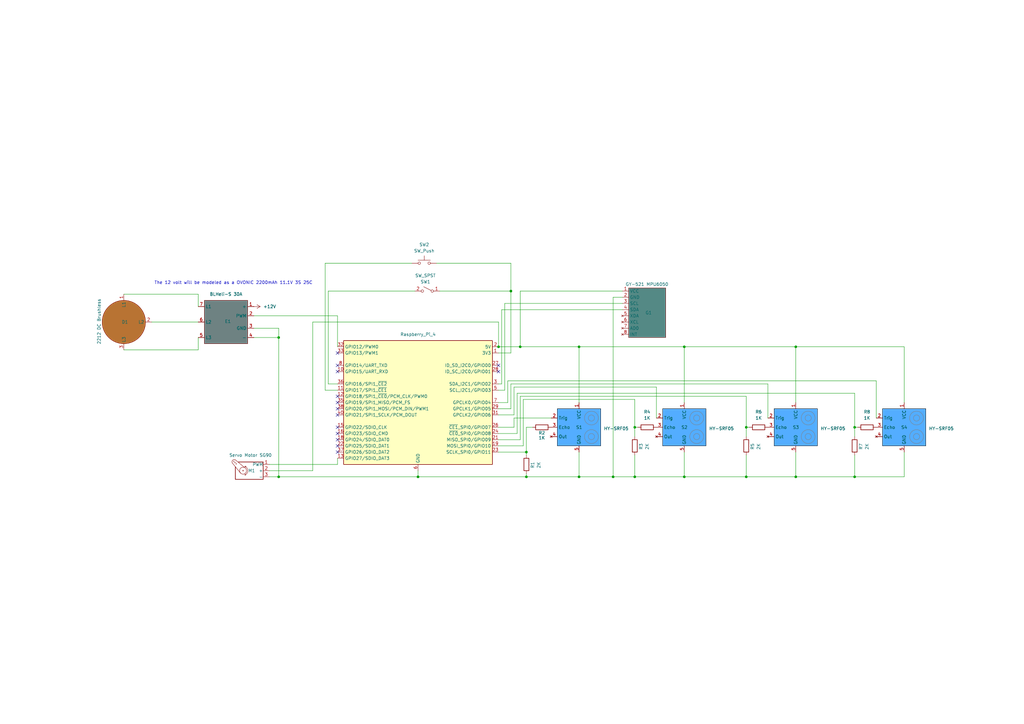
<source format=kicad_sch>
(kicad_sch
	(version 20250114)
	(generator "eeschema")
	(generator_version "9.0")
	(uuid "62686177-1061-46a7-92b8-504af5fffa02")
	(paper "A3")
	(lib_symbols
		(symbol "2212 DC brushless:2212_DC_Brushless"
			(exclude_from_sim no)
			(in_bom yes)
			(on_board yes)
			(property "Reference" "D"
				(at 0 0 0)
				(effects
					(font
						(size 1.27 1.27)
					)
				)
			)
			(property "Value" "2212 DC Brushless"
				(at 18.542 0 0)
				(effects
					(font
						(size 1.27 1.27)
					)
				)
			)
			(property "Footprint" ""
				(at 0 0 0)
				(effects
					(font
						(size 1.27 1.27)
					)
					(hide yes)
				)
			)
			(property "Datasheet" ""
				(at 0 0 0)
				(effects
					(font
						(size 1.27 1.27)
					)
					(hide yes)
				)
			)
			(property "Description" ""
				(at 0 0 0)
				(effects
					(font
						(size 1.27 1.27)
					)
					(hide yes)
				)
			)
			(symbol "2212_DC_Brushless_0_1"
				(circle
					(center 0 0)
					(radius 8.89)
					(stroke
						(width 0)
						(type default)
					)
					(fill
						(type color)
						(color 184 115 51 1)
					)
				)
			)
			(symbol "2212_DC_Brushless_1_1"
				(pin input line
					(at -11.43 0 0)
					(length 2.54)
					(name "L2"
						(effects
							(font
								(size 1.27 1.27)
							)
						)
					)
					(number "2"
						(effects
							(font
								(size 1.27 1.27)
							)
						)
					)
				)
				(pin input line
					(at 0 11.43 270)
					(length 2.54)
					(name "L1"
						(effects
							(font
								(size 1.27 1.27)
							)
						)
					)
					(number "1"
						(effects
							(font
								(size 1.27 1.27)
							)
						)
					)
				)
				(pin input line
					(at 0 -11.43 90)
					(length 2.54)
					(name "L3"
						(effects
							(font
								(size 1.27 1.27)
							)
						)
					)
					(number "3"
						(effects
							(font
								(size 1.27 1.27)
							)
						)
					)
				)
			)
			(embedded_fonts no)
		)
		(symbol "Accelerometer&Gyroscope:GY-521_MPU6050"
			(exclude_from_sim no)
			(in_bom yes)
			(on_board yes)
			(property "Reference" "G"
				(at 0 0 0)
				(effects
					(font
						(size 1.27 1.27)
					)
				)
			)
			(property "Value" "GY-521 MPU6050"
				(at 0 11.938 0)
				(effects
					(font
						(size 1.27 1.27)
					)
				)
			)
			(property "Footprint" ""
				(at 0 0 0)
				(effects
					(font
						(size 1.27 1.27)
					)
					(hide yes)
				)
			)
			(property "Datasheet" ""
				(at 0 0 0)
				(effects
					(font
						(size 1.27 1.27)
					)
					(hide yes)
				)
			)
			(property "Description" ""
				(at 0 0 0)
				(effects
					(font
						(size 1.27 1.27)
					)
					(hide yes)
				)
			)
			(symbol "GY-521_MPU6050_0_1"
				(rectangle
					(start -7.62 10.16)
					(end 7.62 -10.16)
					(stroke
						(width 0)
						(type default)
					)
					(fill
						(type color)
						(color 84 137 133 1)
					)
				)
			)
			(symbol "GY-521_MPU6050_1_1"
				(pin power_in line
					(at -10.16 8.89 0)
					(length 2.54)
					(name "VCC"
						(effects
							(font
								(size 1.27 1.27)
							)
						)
					)
					(number "1"
						(effects
							(font
								(size 1.27 1.27)
							)
						)
					)
				)
				(pin power_in line
					(at -10.16 6.35 0)
					(length 2.54)
					(name "GND"
						(effects
							(font
								(size 1.27 1.27)
							)
						)
					)
					(number "2"
						(effects
							(font
								(size 1.27 1.27)
							)
						)
					)
				)
				(pin input line
					(at -10.16 3.81 0)
					(length 2.54)
					(name "SCL"
						(effects
							(font
								(size 1.27 1.27)
							)
						)
					)
					(number "3"
						(effects
							(font
								(size 1.27 1.27)
							)
						)
					)
				)
				(pin bidirectional line
					(at -10.16 1.27 0)
					(length 2.54)
					(name "SDA"
						(effects
							(font
								(size 1.27 1.27)
							)
						)
					)
					(number "4"
						(effects
							(font
								(size 1.27 1.27)
							)
						)
					)
				)
				(pin no_connect line
					(at -10.16 -1.27 0)
					(length 2.54)
					(name "XDA"
						(effects
							(font
								(size 1.27 1.27)
							)
						)
					)
					(number "5"
						(effects
							(font
								(size 1.27 1.27)
							)
						)
					)
				)
				(pin no_connect line
					(at -10.16 -3.81 0)
					(length 2.54)
					(name "XCL"
						(effects
							(font
								(size 1.27 1.27)
							)
						)
					)
					(number "6"
						(effects
							(font
								(size 1.27 1.27)
							)
						)
					)
				)
				(pin no_connect line
					(at -10.16 -6.35 0)
					(length 2.54)
					(name "AD0"
						(effects
							(font
								(size 1.27 1.27)
							)
						)
					)
					(number "7"
						(effects
							(font
								(size 1.27 1.27)
							)
						)
					)
				)
				(pin no_connect line
					(at -10.16 -8.89 0)
					(length 2.54)
					(name "INT"
						(effects
							(font
								(size 1.27 1.27)
							)
						)
					)
					(number "8"
						(effects
							(font
								(size 1.27 1.27)
							)
						)
					)
				)
			)
			(embedded_fonts no)
		)
		(symbol "Connector:Raspberry_Pi_4"
			(exclude_from_sim no)
			(in_bom yes)
			(on_board yes)
			(property "Reference" "J"
				(at -17.526 48.768 0)
				(effects
					(font
						(size 1.27 1.27)
					)
					(justify left bottom)
				)
			)
			(property "Value" "Raspberry_Pi_4"
				(at 15.748 -26.416 0)
				(effects
					(font
						(size 1.27 1.27)
					)
					(justify left top)
				)
			)
			(property "Footprint" ""
				(at 70.104 -47.498 0)
				(effects
					(font
						(size 1.27 1.27)
					)
					(justify left)
					(hide yes)
				)
			)
			(property "Datasheet" "https://datasheets.raspberrypi.com/rpi4/raspberry-pi-4-datasheet.pdf"
				(at 15.748 -32.258 0)
				(effects
					(font
						(size 1.27 1.27)
					)
					(justify left)
					(hide yes)
				)
			)
			(property "Description" "Raspberry Pi 4 Model B"
				(at 15.748 -29.718 0)
				(effects
					(font
						(size 1.27 1.27)
					)
					(justify left)
					(hide yes)
				)
			)
			(property "ki_keywords" "SBC RPi"
				(at 0 0 0)
				(effects
					(font
						(size 1.27 1.27)
					)
					(hide yes)
				)
			)
			(property "ki_fp_filters" "PinHeader*2x20*P2.54mm*Vertical* PinSocket*2x20*P2.54mm*Vertical*"
				(at 0 0 0)
				(effects
					(font
						(size 1.27 1.27)
					)
					(hide yes)
				)
			)
			(symbol "Raspberry_Pi_4_0_1"
				(rectangle
					(start -30.48 25.4)
					(end 30.48 -25.4)
					(stroke
						(width 0.254)
						(type default)
					)
					(fill
						(type background)
					)
				)
			)
			(symbol "Raspberry_Pi_4_1_1"
				(pin bidirectional line
					(at -33.02 22.86 0)
					(length 2.54)
					(name "GPIO12/PWM0"
						(effects
							(font
								(size 1.27 1.27)
							)
						)
					)
					(number "32"
						(effects
							(font
								(size 1.27 1.27)
							)
						)
					)
				)
				(pin bidirectional line
					(at -33.02 20.32 0)
					(length 2.54)
					(name "GPIO13/PWM1"
						(effects
							(font
								(size 1.27 1.27)
							)
						)
					)
					(number "33"
						(effects
							(font
								(size 1.27 1.27)
							)
						)
					)
				)
				(pin bidirectional line
					(at -33.02 15.24 0)
					(length 2.54)
					(name "GPIO14/UART_TXD"
						(effects
							(font
								(size 1.27 1.27)
							)
						)
					)
					(number "8"
						(effects
							(font
								(size 1.27 1.27)
							)
						)
					)
				)
				(pin bidirectional line
					(at -33.02 12.7 0)
					(length 2.54)
					(name "GPIO15/UART_RXD"
						(effects
							(font
								(size 1.27 1.27)
							)
						)
					)
					(number "10"
						(effects
							(font
								(size 1.27 1.27)
							)
						)
					)
				)
				(pin bidirectional line
					(at -33.02 7.62 0)
					(length 2.54)
					(name "GPIO16/SPI1_~{CE2}"
						(effects
							(font
								(size 1.27 1.27)
							)
						)
					)
					(number "36"
						(effects
							(font
								(size 1.27 1.27)
							)
						)
					)
				)
				(pin bidirectional line
					(at -33.02 5.08 0)
					(length 2.54)
					(name "GPIO17/SPI1_~{CE1}"
						(effects
							(font
								(size 1.27 1.27)
							)
						)
					)
					(number "11"
						(effects
							(font
								(size 1.27 1.27)
							)
						)
					)
				)
				(pin bidirectional line
					(at -33.02 2.54 0)
					(length 2.54)
					(name "GPIO18/SPI1_~{CE0}/PCM_CLK/PWM0"
						(effects
							(font
								(size 1.27 1.27)
							)
						)
					)
					(number "12"
						(effects
							(font
								(size 1.27 1.27)
							)
						)
					)
				)
				(pin bidirectional line
					(at -33.02 0 0)
					(length 2.54)
					(name "GPIO19/SPI1_MISO/PCM_FS"
						(effects
							(font
								(size 1.27 1.27)
							)
						)
					)
					(number "35"
						(effects
							(font
								(size 1.27 1.27)
							)
						)
					)
				)
				(pin bidirectional line
					(at -33.02 -2.54 0)
					(length 2.54)
					(name "GPIO20/SPI1_MOSI/PCM_DIN/PWM1"
						(effects
							(font
								(size 1.27 1.27)
							)
						)
					)
					(number "38"
						(effects
							(font
								(size 1.27 1.27)
							)
						)
					)
				)
				(pin bidirectional line
					(at -33.02 -5.08 0)
					(length 2.54)
					(name "GPIO21/SPI1_SCLK/PCM_DOUT"
						(effects
							(font
								(size 1.27 1.27)
							)
						)
					)
					(number "40"
						(effects
							(font
								(size 1.27 1.27)
							)
						)
					)
				)
				(pin bidirectional line
					(at -33.02 -10.16 0)
					(length 2.54)
					(name "GPIO22/SDIO_CLK"
						(effects
							(font
								(size 1.27 1.27)
							)
						)
					)
					(number "15"
						(effects
							(font
								(size 1.27 1.27)
							)
						)
					)
				)
				(pin bidirectional line
					(at -33.02 -12.7 0)
					(length 2.54)
					(name "GPIO23/SDIO_CMD"
						(effects
							(font
								(size 1.27 1.27)
							)
						)
					)
					(number "16"
						(effects
							(font
								(size 1.27 1.27)
							)
						)
					)
				)
				(pin bidirectional line
					(at -33.02 -15.24 0)
					(length 2.54)
					(name "GPIO24/SDIO_DAT0"
						(effects
							(font
								(size 1.27 1.27)
							)
						)
					)
					(number "18"
						(effects
							(font
								(size 1.27 1.27)
							)
						)
					)
				)
				(pin bidirectional line
					(at -33.02 -17.78 0)
					(length 2.54)
					(name "GPIO25/SDIO_DAT1"
						(effects
							(font
								(size 1.27 1.27)
							)
						)
					)
					(number "22"
						(effects
							(font
								(size 1.27 1.27)
							)
						)
					)
				)
				(pin bidirectional line
					(at -33.02 -20.32 0)
					(length 2.54)
					(name "GPIO26/SDIO_DAT2"
						(effects
							(font
								(size 1.27 1.27)
							)
						)
					)
					(number "37"
						(effects
							(font
								(size 1.27 1.27)
							)
						)
					)
				)
				(pin bidirectional line
					(at -33.02 -22.86 0)
					(length 2.54)
					(name "GPIO27/SDIO_DAT3"
						(effects
							(font
								(size 1.27 1.27)
							)
						)
					)
					(number "13"
						(effects
							(font
								(size 1.27 1.27)
							)
						)
					)
				)
				(pin passive line
					(at 0 -27.94 90)
					(length 2.54)
					(hide yes)
					(name "GND"
						(effects
							(font
								(size 1.27 1.27)
							)
						)
					)
					(number "14"
						(effects
							(font
								(size 1.27 1.27)
							)
						)
					)
				)
				(pin passive line
					(at 0 -27.94 90)
					(length 2.54)
					(hide yes)
					(name "GND"
						(effects
							(font
								(size 1.27 1.27)
							)
						)
					)
					(number "20"
						(effects
							(font
								(size 1.27 1.27)
							)
						)
					)
				)
				(pin passive line
					(at 0 -27.94 90)
					(length 2.54)
					(hide yes)
					(name "GND"
						(effects
							(font
								(size 1.27 1.27)
							)
						)
					)
					(number "25"
						(effects
							(font
								(size 1.27 1.27)
							)
						)
					)
				)
				(pin passive line
					(at 0 -27.94 90)
					(length 2.54)
					(hide yes)
					(name "GND"
						(effects
							(font
								(size 1.27 1.27)
							)
						)
					)
					(number "30"
						(effects
							(font
								(size 1.27 1.27)
							)
						)
					)
				)
				(pin passive line
					(at 0 -27.94 90)
					(length 2.54)
					(hide yes)
					(name "GND"
						(effects
							(font
								(size 1.27 1.27)
							)
						)
					)
					(number "34"
						(effects
							(font
								(size 1.27 1.27)
							)
						)
					)
				)
				(pin passive line
					(at 0 -27.94 90)
					(length 2.54)
					(hide yes)
					(name "GND"
						(effects
							(font
								(size 1.27 1.27)
							)
						)
					)
					(number "39"
						(effects
							(font
								(size 1.27 1.27)
							)
						)
					)
				)
				(pin power_out line
					(at 0 -27.94 90)
					(length 2.54)
					(name "GND"
						(effects
							(font
								(size 1.27 1.27)
							)
						)
					)
					(number "6"
						(effects
							(font
								(size 1.27 1.27)
							)
						)
					)
				)
				(pin passive line
					(at 0 -27.94 90)
					(length 2.54)
					(hide yes)
					(name "GND"
						(effects
							(font
								(size 1.27 1.27)
							)
						)
					)
					(number "9"
						(effects
							(font
								(size 1.27 1.27)
							)
						)
					)
				)
				(pin power_out line
					(at 33.02 22.86 180)
					(length 2.54)
					(name "5V"
						(effects
							(font
								(size 1.27 1.27)
							)
						)
					)
					(number "2"
						(effects
							(font
								(size 1.27 1.27)
							)
						)
					)
				)
				(pin passive line
					(at 33.02 22.86 180)
					(length 2.54)
					(hide yes)
					(name "5V"
						(effects
							(font
								(size 1.27 1.27)
							)
						)
					)
					(number "4"
						(effects
							(font
								(size 1.27 1.27)
							)
						)
					)
				)
				(pin power_out line
					(at 33.02 20.32 180)
					(length 2.54)
					(name "3V3"
						(effects
							(font
								(size 1.27 1.27)
							)
						)
					)
					(number "1"
						(effects
							(font
								(size 1.27 1.27)
							)
						)
					)
				)
				(pin passive line
					(at 33.02 20.32 180)
					(length 2.54)
					(hide yes)
					(name "3V3"
						(effects
							(font
								(size 1.27 1.27)
							)
						)
					)
					(number "17"
						(effects
							(font
								(size 1.27 1.27)
							)
						)
					)
				)
				(pin bidirectional line
					(at 33.02 15.24 180)
					(length 2.54)
					(name "ID_SD_I2C0/GPIO00"
						(effects
							(font
								(size 1.27 1.27)
							)
						)
					)
					(number "27"
						(effects
							(font
								(size 1.27 1.27)
							)
						)
					)
				)
				(pin bidirectional line
					(at 33.02 12.7 180)
					(length 2.54)
					(name "ID_SC_I2C0/GPIO01"
						(effects
							(font
								(size 1.27 1.27)
							)
						)
					)
					(number "28"
						(effects
							(font
								(size 1.27 1.27)
							)
						)
					)
				)
				(pin bidirectional line
					(at 33.02 7.62 180)
					(length 2.54)
					(name "SDA_I2C1/GPIO02"
						(effects
							(font
								(size 1.27 1.27)
							)
						)
					)
					(number "3"
						(effects
							(font
								(size 1.27 1.27)
							)
						)
					)
				)
				(pin bidirectional line
					(at 33.02 5.08 180)
					(length 2.54)
					(name "SCL_I2C1/GPIO03"
						(effects
							(font
								(size 1.27 1.27)
							)
						)
					)
					(number "5"
						(effects
							(font
								(size 1.27 1.27)
							)
						)
					)
				)
				(pin bidirectional line
					(at 33.02 0 180)
					(length 2.54)
					(name "GPCLK0/GPIO04"
						(effects
							(font
								(size 1.27 1.27)
							)
						)
					)
					(number "7"
						(effects
							(font
								(size 1.27 1.27)
							)
						)
					)
				)
				(pin bidirectional line
					(at 33.02 -2.54 180)
					(length 2.54)
					(name "GPCLK1/GPIO05"
						(effects
							(font
								(size 1.27 1.27)
							)
						)
					)
					(number "29"
						(effects
							(font
								(size 1.27 1.27)
							)
						)
					)
				)
				(pin bidirectional line
					(at 33.02 -5.08 180)
					(length 2.54)
					(name "GPCLK2/GPIO06"
						(effects
							(font
								(size 1.27 1.27)
							)
						)
					)
					(number "31"
						(effects
							(font
								(size 1.27 1.27)
							)
						)
					)
				)
				(pin bidirectional line
					(at 33.02 -10.16 180)
					(length 2.54)
					(name "~{CE1}_SPI0/GPIO07"
						(effects
							(font
								(size 1.27 1.27)
							)
						)
					)
					(number "26"
						(effects
							(font
								(size 1.27 1.27)
							)
						)
					)
				)
				(pin bidirectional line
					(at 33.02 -12.7 180)
					(length 2.54)
					(name "~{CE0}_SPI0/GPIO08"
						(effects
							(font
								(size 1.27 1.27)
							)
						)
					)
					(number "24"
						(effects
							(font
								(size 1.27 1.27)
							)
						)
					)
				)
				(pin bidirectional line
					(at 33.02 -15.24 180)
					(length 2.54)
					(name "MISO_SPI0/GPIO09"
						(effects
							(font
								(size 1.27 1.27)
							)
						)
					)
					(number "21"
						(effects
							(font
								(size 1.27 1.27)
							)
						)
					)
				)
				(pin bidirectional line
					(at 33.02 -17.78 180)
					(length 2.54)
					(name "MOSI_SPI0/GPIO10"
						(effects
							(font
								(size 1.27 1.27)
							)
						)
					)
					(number "19"
						(effects
							(font
								(size 1.27 1.27)
							)
						)
					)
				)
				(pin bidirectional line
					(at 33.02 -20.32 180)
					(length 2.54)
					(name "SCLK_SPI0/GPIO11"
						(effects
							(font
								(size 1.27 1.27)
							)
						)
					)
					(number "23"
						(effects
							(font
								(size 1.27 1.27)
							)
						)
					)
				)
			)
			(embedded_fonts no)
		)
		(symbol "Device:R"
			(pin_numbers
				(hide yes)
			)
			(pin_names
				(offset 0)
			)
			(exclude_from_sim no)
			(in_bom yes)
			(on_board yes)
			(property "Reference" "R"
				(at 2.032 0 90)
				(effects
					(font
						(size 1.27 1.27)
					)
				)
			)
			(property "Value" "R"
				(at 0 0 90)
				(effects
					(font
						(size 1.27 1.27)
					)
				)
			)
			(property "Footprint" ""
				(at -1.778 0 90)
				(effects
					(font
						(size 1.27 1.27)
					)
					(hide yes)
				)
			)
			(property "Datasheet" "~"
				(at 0 0 0)
				(effects
					(font
						(size 1.27 1.27)
					)
					(hide yes)
				)
			)
			(property "Description" "Resistor"
				(at 0 0 0)
				(effects
					(font
						(size 1.27 1.27)
					)
					(hide yes)
				)
			)
			(property "ki_keywords" "R res resistor"
				(at 0 0 0)
				(effects
					(font
						(size 1.27 1.27)
					)
					(hide yes)
				)
			)
			(property "ki_fp_filters" "R_*"
				(at 0 0 0)
				(effects
					(font
						(size 1.27 1.27)
					)
					(hide yes)
				)
			)
			(symbol "R_0_1"
				(rectangle
					(start -1.016 -2.54)
					(end 1.016 2.54)
					(stroke
						(width 0.254)
						(type default)
					)
					(fill
						(type none)
					)
				)
			)
			(symbol "R_1_1"
				(pin passive line
					(at 0 3.81 270)
					(length 1.27)
					(name "~"
						(effects
							(font
								(size 1.27 1.27)
							)
						)
					)
					(number "1"
						(effects
							(font
								(size 1.27 1.27)
							)
						)
					)
				)
				(pin passive line
					(at 0 -3.81 90)
					(length 1.27)
					(name "~"
						(effects
							(font
								(size 1.27 1.27)
							)
						)
					)
					(number "2"
						(effects
							(font
								(size 1.27 1.27)
							)
						)
					)
				)
			)
			(embedded_fonts no)
		)
		(symbol "ESC:BLHeli-S_30A"
			(exclude_from_sim no)
			(in_bom yes)
			(on_board yes)
			(property "Reference" "E"
				(at 0 0 0)
				(effects
					(font
						(size 1.27 1.27)
					)
				)
			)
			(property "Value" "BLHeli-S 30A"
				(at 0.254 10.16 0)
				(effects
					(font
						(size 1.27 1.27)
					)
				)
			)
			(property "Footprint" ""
				(at 0 0 0)
				(effects
					(font
						(size 1.27 1.27)
					)
					(hide yes)
				)
			)
			(property "Datasheet" ""
				(at 0 0 0)
				(effects
					(font
						(size 1.27 1.27)
					)
					(hide yes)
				)
			)
			(property "Description" ""
				(at 0 0 0)
				(effects
					(font
						(size 1.27 1.27)
					)
					(hide yes)
				)
			)
			(symbol "BLHeli-S_30A_1_1"
				(rectangle
					(start -8.89 8.89)
					(end 8.89 -8.89)
					(stroke
						(width 0)
						(type solid)
					)
					(fill
						(type color)
						(color 110 130 130 1)
					)
				)
				(pin power_in line
					(at -11.43 6.35 0)
					(length 2.54)
					(name "+"
						(effects
							(font
								(size 1.27 1.27)
							)
						)
					)
					(number "1"
						(effects
							(font
								(size 1.27 1.27)
							)
						)
					)
				)
				(pin input line
					(at -11.43 2.54 0)
					(length 2.54)
					(name "PWM"
						(effects
							(font
								(size 1.27 1.27)
							)
						)
					)
					(number "2"
						(effects
							(font
								(size 1.27 1.27)
							)
						)
					)
				)
				(pin power_in line
					(at -11.43 -2.54 0)
					(length 2.54)
					(name "GND"
						(effects
							(font
								(size 1.27 1.27)
							)
						)
					)
					(number "3"
						(effects
							(font
								(size 1.27 1.27)
							)
						)
					)
				)
				(pin power_in line
					(at -11.43 -6.35 0)
					(length 2.54)
					(name "-"
						(effects
							(font
								(size 1.27 1.27)
							)
						)
					)
					(number "4"
						(effects
							(font
								(size 1.27 1.27)
							)
						)
					)
				)
				(pin output line
					(at 11.43 6.35 180)
					(length 2.54)
					(name "L1"
						(effects
							(font
								(size 1.27 1.27)
							)
						)
					)
					(number "7"
						(effects
							(font
								(size 1.27 1.27)
							)
						)
					)
				)
				(pin output line
					(at 11.43 0 180)
					(length 2.54)
					(name "L2"
						(effects
							(font
								(size 1.27 1.27)
							)
						)
					)
					(number "6"
						(effects
							(font
								(size 1.27 1.27)
							)
						)
					)
				)
				(pin output line
					(at 11.43 -6.35 180)
					(length 2.54)
					(name "L3"
						(effects
							(font
								(size 1.27 1.27)
							)
						)
					)
					(number "5"
						(effects
							(font
								(size 1.27 1.27)
							)
						)
					)
				)
			)
			(embedded_fonts no)
		)
		(symbol "HY-SRF05 Ultrasonic Sensor:HY-SRF05_Ultrasonic_Sensor"
			(exclude_from_sim no)
			(in_bom yes)
			(on_board yes)
			(property "Reference" "S"
				(at 0 0 0)
				(effects
					(font
						(size 1.27 1.27)
					)
				)
			)
			(property "Value" "HY-SRF05"
				(at 14.224 0 0)
				(effects
					(font
						(size 1.27 1.27)
					)
				)
			)
			(property "Footprint" ""
				(at 0 0 0)
				(effects
					(font
						(size 1.27 1.27)
					)
					(hide yes)
				)
			)
			(property "Datasheet" ""
				(at 0 0 0)
				(effects
					(font
						(size 1.27 1.27)
					)
					(hide yes)
				)
			)
			(property "Description" ""
				(at 0 0 0)
				(effects
					(font
						(size 1.27 1.27)
					)
					(hide yes)
				)
			)
			(symbol "HY-SRF05_Ultrasonic_Sensor_0_1"
				(rectangle
					(start -8.89 7.62)
					(end 8.89 -7.62)
					(stroke
						(width 0)
						(type default)
						(color 0 0 0 1)
					)
					(fill
						(type color)
						(color 83 173 255 1)
					)
				)
				(circle
					(center 5.08 3.81)
					(radius 1.27)
					(stroke
						(width 0)
						(type default)
						(color 128 128 128 1)
					)
					(fill
						(type color)
						(color 0 0 0 0)
					)
				)
				(circle
					(center 5.08 3.81)
					(radius 2.8398)
					(stroke
						(width 0)
						(type default)
						(color 128 128 128 1)
					)
					(fill
						(type none)
					)
				)
				(circle
					(center 5.08 -3.81)
					(radius 1.27)
					(stroke
						(width 0)
						(type default)
						(color 128 128 128 1)
					)
					(fill
						(type none)
					)
				)
				(circle
					(center 5.08 -3.81)
					(radius 2.8398)
					(stroke
						(width 0)
						(type default)
						(color 128 128 128 1)
					)
					(fill
						(type none)
					)
				)
			)
			(symbol "HY-SRF05_Ultrasonic_Sensor_1_1"
				(pin input line
					(at -11.43 3.81 0)
					(length 2.54)
					(name "Trig"
						(effects
							(font
								(size 1.27 1.27)
							)
						)
					)
					(number "2"
						(effects
							(font
								(size 1.27 1.27)
							)
						)
					)
				)
				(pin output line
					(at -11.43 0 0)
					(length 2.54)
					(name "Echo"
						(effects
							(font
								(size 1.27 1.27)
							)
						)
					)
					(number "3"
						(effects
							(font
								(size 1.27 1.27)
							)
						)
					)
				)
				(pin no_connect line
					(at -11.43 -3.81 0)
					(length 2.54)
					(name "Out"
						(effects
							(font
								(size 1.27 1.27)
							)
						)
					)
					(number "4"
						(effects
							(font
								(size 1.27 1.27)
							)
						)
					)
				)
				(pin power_in line
					(at 0 10.16 270)
					(length 2.54)
					(name "VCC"
						(effects
							(font
								(size 1.27 1.27)
							)
						)
					)
					(number "1"
						(effects
							(font
								(size 1.27 1.27)
							)
						)
					)
				)
				(pin power_in line
					(at 0 -10.16 90)
					(length 2.54)
					(name "GND"
						(effects
							(font
								(size 1.27 1.27)
							)
						)
					)
					(number "5"
						(effects
							(font
								(size 1.27 1.27)
							)
						)
					)
				)
			)
			(embedded_fonts no)
		)
		(symbol "HY-SRF05_Ultrasonic_Sensor_1"
			(exclude_from_sim no)
			(in_bom yes)
			(on_board yes)
			(property "Reference" "S"
				(at 0 0 0)
				(effects
					(font
						(size 1.27 1.27)
					)
				)
			)
			(property "Value" "HY-SRF05"
				(at 14.224 0 0)
				(effects
					(font
						(size 1.27 1.27)
					)
				)
			)
			(property "Footprint" ""
				(at 0 0 0)
				(effects
					(font
						(size 1.27 1.27)
					)
					(hide yes)
				)
			)
			(property "Datasheet" ""
				(at 0 0 0)
				(effects
					(font
						(size 1.27 1.27)
					)
					(hide yes)
				)
			)
			(property "Description" ""
				(at 0 0 0)
				(effects
					(font
						(size 1.27 1.27)
					)
					(hide yes)
				)
			)
			(symbol "HY-SRF05_Ultrasonic_Sensor_1_0_1"
				(rectangle
					(start -8.89 7.62)
					(end 8.89 -7.62)
					(stroke
						(width 0)
						(type default)
						(color 0 0 0 1)
					)
					(fill
						(type color)
						(color 83 173 255 1)
					)
				)
				(circle
					(center 5.08 3.81)
					(radius 1.27)
					(stroke
						(width 0)
						(type default)
						(color 128 128 128 1)
					)
					(fill
						(type color)
						(color 0 0 0 0)
					)
				)
				(circle
					(center 5.08 3.81)
					(radius 2.8398)
					(stroke
						(width 0)
						(type default)
						(color 128 128 128 1)
					)
					(fill
						(type none)
					)
				)
				(circle
					(center 5.08 -3.81)
					(radius 1.27)
					(stroke
						(width 0)
						(type default)
						(color 128 128 128 1)
					)
					(fill
						(type none)
					)
				)
				(circle
					(center 5.08 -3.81)
					(radius 2.8398)
					(stroke
						(width 0)
						(type default)
						(color 128 128 128 1)
					)
					(fill
						(type none)
					)
				)
			)
			(symbol "HY-SRF05_Ultrasonic_Sensor_1_1_1"
				(pin input line
					(at -11.43 3.81 0)
					(length 2.54)
					(name "Trig"
						(effects
							(font
								(size 1.27 1.27)
							)
						)
					)
					(number "2"
						(effects
							(font
								(size 1.27 1.27)
							)
						)
					)
				)
				(pin output line
					(at -11.43 0 0)
					(length 2.54)
					(name "Echo"
						(effects
							(font
								(size 1.27 1.27)
							)
						)
					)
					(number "3"
						(effects
							(font
								(size 1.27 1.27)
							)
						)
					)
				)
				(pin no_connect line
					(at -11.43 -3.81 0)
					(length 2.54)
					(name "Out"
						(effects
							(font
								(size 1.27 1.27)
							)
						)
					)
					(number "4"
						(effects
							(font
								(size 1.27 1.27)
							)
						)
					)
				)
				(pin power_in line
					(at 0 10.16 270)
					(length 2.54)
					(name "VCC"
						(effects
							(font
								(size 1.27 1.27)
							)
						)
					)
					(number "1"
						(effects
							(font
								(size 1.27 1.27)
							)
						)
					)
				)
				(pin power_in line
					(at 0 -10.16 90)
					(length 2.54)
					(name "GND"
						(effects
							(font
								(size 1.27 1.27)
							)
						)
					)
					(number "5"
						(effects
							(font
								(size 1.27 1.27)
							)
						)
					)
				)
			)
			(embedded_fonts no)
		)
		(symbol "HY-SRF05_Ultrasonic_Sensor_2"
			(exclude_from_sim no)
			(in_bom yes)
			(on_board yes)
			(property "Reference" "S"
				(at 0 0 0)
				(effects
					(font
						(size 1.27 1.27)
					)
				)
			)
			(property "Value" "HY-SRF05"
				(at 14.224 0 0)
				(effects
					(font
						(size 1.27 1.27)
					)
				)
			)
			(property "Footprint" ""
				(at 0 0 0)
				(effects
					(font
						(size 1.27 1.27)
					)
					(hide yes)
				)
			)
			(property "Datasheet" ""
				(at 0 0 0)
				(effects
					(font
						(size 1.27 1.27)
					)
					(hide yes)
				)
			)
			(property "Description" ""
				(at 0 0 0)
				(effects
					(font
						(size 1.27 1.27)
					)
					(hide yes)
				)
			)
			(symbol "HY-SRF05_Ultrasonic_Sensor_2_0_1"
				(rectangle
					(start -8.89 7.62)
					(end 8.89 -7.62)
					(stroke
						(width 0)
						(type default)
						(color 0 0 0 1)
					)
					(fill
						(type color)
						(color 83 173 255 1)
					)
				)
				(circle
					(center 5.08 3.81)
					(radius 1.27)
					(stroke
						(width 0)
						(type default)
						(color 128 128 128 1)
					)
					(fill
						(type color)
						(color 0 0 0 0)
					)
				)
				(circle
					(center 5.08 3.81)
					(radius 2.8398)
					(stroke
						(width 0)
						(type default)
						(color 128 128 128 1)
					)
					(fill
						(type none)
					)
				)
				(circle
					(center 5.08 -3.81)
					(radius 1.27)
					(stroke
						(width 0)
						(type default)
						(color 128 128 128 1)
					)
					(fill
						(type none)
					)
				)
				(circle
					(center 5.08 -3.81)
					(radius 2.8398)
					(stroke
						(width 0)
						(type default)
						(color 128 128 128 1)
					)
					(fill
						(type none)
					)
				)
			)
			(symbol "HY-SRF05_Ultrasonic_Sensor_2_1_1"
				(pin input line
					(at -11.43 3.81 0)
					(length 2.54)
					(name "Trig"
						(effects
							(font
								(size 1.27 1.27)
							)
						)
					)
					(number "2"
						(effects
							(font
								(size 1.27 1.27)
							)
						)
					)
				)
				(pin output line
					(at -11.43 0 0)
					(length 2.54)
					(name "Echo"
						(effects
							(font
								(size 1.27 1.27)
							)
						)
					)
					(number "3"
						(effects
							(font
								(size 1.27 1.27)
							)
						)
					)
				)
				(pin no_connect line
					(at -11.43 -3.81 0)
					(length 2.54)
					(name "Out"
						(effects
							(font
								(size 1.27 1.27)
							)
						)
					)
					(number "4"
						(effects
							(font
								(size 1.27 1.27)
							)
						)
					)
				)
				(pin power_in line
					(at 0 10.16 270)
					(length 2.54)
					(name "VCC"
						(effects
							(font
								(size 1.27 1.27)
							)
						)
					)
					(number "1"
						(effects
							(font
								(size 1.27 1.27)
							)
						)
					)
				)
				(pin power_in line
					(at 0 -10.16 90)
					(length 2.54)
					(name "GND"
						(effects
							(font
								(size 1.27 1.27)
							)
						)
					)
					(number "5"
						(effects
							(font
								(size 1.27 1.27)
							)
						)
					)
				)
			)
			(embedded_fonts no)
		)
		(symbol "HY-SRF05_Ultrasonic_Sensor_3"
			(exclude_from_sim no)
			(in_bom yes)
			(on_board yes)
			(property "Reference" "S"
				(at 0 0 0)
				(effects
					(font
						(size 1.27 1.27)
					)
				)
			)
			(property "Value" "HY-SRF05"
				(at 14.224 0 0)
				(effects
					(font
						(size 1.27 1.27)
					)
				)
			)
			(property "Footprint" ""
				(at 0 0 0)
				(effects
					(font
						(size 1.27 1.27)
					)
					(hide yes)
				)
			)
			(property "Datasheet" ""
				(at 0 0 0)
				(effects
					(font
						(size 1.27 1.27)
					)
					(hide yes)
				)
			)
			(property "Description" ""
				(at 0 0 0)
				(effects
					(font
						(size 1.27 1.27)
					)
					(hide yes)
				)
			)
			(symbol "HY-SRF05_Ultrasonic_Sensor_3_0_1"
				(rectangle
					(start -8.89 7.62)
					(end 8.89 -7.62)
					(stroke
						(width 0)
						(type default)
						(color 0 0 0 1)
					)
					(fill
						(type color)
						(color 83 173 255 1)
					)
				)
				(circle
					(center 5.08 3.81)
					(radius 1.27)
					(stroke
						(width 0)
						(type default)
						(color 128 128 128 1)
					)
					(fill
						(type color)
						(color 0 0 0 0)
					)
				)
				(circle
					(center 5.08 3.81)
					(radius 2.8398)
					(stroke
						(width 0)
						(type default)
						(color 128 128 128 1)
					)
					(fill
						(type none)
					)
				)
				(circle
					(center 5.08 -3.81)
					(radius 1.27)
					(stroke
						(width 0)
						(type default)
						(color 128 128 128 1)
					)
					(fill
						(type none)
					)
				)
				(circle
					(center 5.08 -3.81)
					(radius 2.8398)
					(stroke
						(width 0)
						(type default)
						(color 128 128 128 1)
					)
					(fill
						(type none)
					)
				)
			)
			(symbol "HY-SRF05_Ultrasonic_Sensor_3_1_1"
				(pin input line
					(at -11.43 3.81 0)
					(length 2.54)
					(name "Trig"
						(effects
							(font
								(size 1.27 1.27)
							)
						)
					)
					(number "2"
						(effects
							(font
								(size 1.27 1.27)
							)
						)
					)
				)
				(pin output line
					(at -11.43 0 0)
					(length 2.54)
					(name "Echo"
						(effects
							(font
								(size 1.27 1.27)
							)
						)
					)
					(number "3"
						(effects
							(font
								(size 1.27 1.27)
							)
						)
					)
				)
				(pin no_connect line
					(at -11.43 -3.81 0)
					(length 2.54)
					(name "Out"
						(effects
							(font
								(size 1.27 1.27)
							)
						)
					)
					(number "4"
						(effects
							(font
								(size 1.27 1.27)
							)
						)
					)
				)
				(pin power_in line
					(at 0 10.16 270)
					(length 2.54)
					(name "VCC"
						(effects
							(font
								(size 1.27 1.27)
							)
						)
					)
					(number "1"
						(effects
							(font
								(size 1.27 1.27)
							)
						)
					)
				)
				(pin power_in line
					(at 0 -10.16 90)
					(length 2.54)
					(name "GND"
						(effects
							(font
								(size 1.27 1.27)
							)
						)
					)
					(number "5"
						(effects
							(font
								(size 1.27 1.27)
							)
						)
					)
				)
			)
			(embedded_fonts no)
		)
		(symbol "Motor:Motor_Servo"
			(pin_names
				(offset 0.0254)
			)
			(exclude_from_sim no)
			(in_bom yes)
			(on_board yes)
			(property "Reference" "M"
				(at -5.08 4.445 0)
				(effects
					(font
						(size 1.27 1.27)
					)
					(justify left)
				)
			)
			(property "Value" "Motor_Servo"
				(at -5.08 -4.064 0)
				(effects
					(font
						(size 1.27 1.27)
					)
					(justify left top)
				)
			)
			(property "Footprint" ""
				(at 0 -4.826 0)
				(effects
					(font
						(size 1.27 1.27)
					)
					(hide yes)
				)
			)
			(property "Datasheet" "http://forums.parallax.com/uploads/attachments/46831/74481.png"
				(at 0 -4.826 0)
				(effects
					(font
						(size 1.27 1.27)
					)
					(hide yes)
				)
			)
			(property "Description" "Servo Motor (Futaba, HiTec, JR connector)"
				(at 0 0 0)
				(effects
					(font
						(size 1.27 1.27)
					)
					(hide yes)
				)
			)
			(property "ki_keywords" "Servo Motor"
				(at 0 0 0)
				(effects
					(font
						(size 1.27 1.27)
					)
					(hide yes)
				)
			)
			(property "ki_fp_filters" "PinHeader*P2.54mm*"
				(at 0 0 0)
				(effects
					(font
						(size 1.27 1.27)
					)
					(hide yes)
				)
			)
			(symbol "Motor_Servo_0_1"
				(polyline
					(pts
						(xy 2.413 1.778) (xy 1.905 1.778)
					)
					(stroke
						(width 0)
						(type default)
					)
					(fill
						(type none)
					)
				)
				(polyline
					(pts
						(xy 2.413 1.778) (xy 2.286 1.397)
					)
					(stroke
						(width 0)
						(type default)
					)
					(fill
						(type none)
					)
				)
				(polyline
					(pts
						(xy 2.413 -1.778) (xy 2.032 -1.778)
					)
					(stroke
						(width 0)
						(type default)
					)
					(fill
						(type none)
					)
				)
				(polyline
					(pts
						(xy 2.413 -1.778) (xy 2.286 -1.397)
					)
					(stroke
						(width 0)
						(type default)
					)
					(fill
						(type none)
					)
				)
				(arc
					(start 2.413 -1.778)
					(mid 1.2406 0)
					(end 2.413 1.778)
					(stroke
						(width 0)
						(type default)
					)
					(fill
						(type none)
					)
				)
				(circle
					(center 3.175 0)
					(radius 0.1778)
					(stroke
						(width 0)
						(type default)
					)
					(fill
						(type none)
					)
				)
				(circle
					(center 3.175 0)
					(radius 1.4224)
					(stroke
						(width 0)
						(type default)
					)
					(fill
						(type none)
					)
				)
				(polyline
					(pts
						(xy 5.08 3.556) (xy -5.08 3.556) (xy -5.08 -3.556) (xy 6.35 -3.556) (xy 6.35 1.524)
					)
					(stroke
						(width 0.254)
						(type default)
					)
					(fill
						(type none)
					)
				)
				(circle
					(center 5.969 2.794)
					(radius 0.127)
					(stroke
						(width 0)
						(type default)
					)
					(fill
						(type none)
					)
				)
				(polyline
					(pts
						(xy 6.35 4.445) (xy 2.54 1.27)
					)
					(stroke
						(width 0)
						(type default)
					)
					(fill
						(type none)
					)
				)
				(circle
					(center 6.477 3.302)
					(radius 0.127)
					(stroke
						(width 0)
						(type default)
					)
					(fill
						(type none)
					)
				)
				(arc
					(start 6.35 4.445)
					(mid 7.4487 4.2737)
					(end 7.62 3.175)
					(stroke
						(width 0)
						(type default)
					)
					(fill
						(type none)
					)
				)
				(circle
					(center 6.985 3.81)
					(radius 0.127)
					(stroke
						(width 0)
						(type default)
					)
					(fill
						(type none)
					)
				)
				(polyline
					(pts
						(xy 7.62 3.175) (xy 4.191 -1.016)
					)
					(stroke
						(width 0)
						(type default)
					)
					(fill
						(type none)
					)
				)
			)
			(symbol "Motor_Servo_1_1"
				(pin passive line
					(at -7.62 2.54 0)
					(length 2.54)
					(name "PWM"
						(effects
							(font
								(size 1.27 1.27)
							)
						)
					)
					(number "1"
						(effects
							(font
								(size 1.27 1.27)
							)
						)
					)
				)
				(pin passive line
					(at -7.62 0 0)
					(length 2.54)
					(name "+"
						(effects
							(font
								(size 1.27 1.27)
							)
						)
					)
					(number "2"
						(effects
							(font
								(size 1.27 1.27)
							)
						)
					)
				)
				(pin passive line
					(at -7.62 -2.54 0)
					(length 2.54)
					(name "-"
						(effects
							(font
								(size 1.27 1.27)
							)
						)
					)
					(number "3"
						(effects
							(font
								(size 1.27 1.27)
							)
						)
					)
				)
			)
			(embedded_fonts no)
		)
		(symbol "Switch:SW_Push"
			(pin_numbers
				(hide yes)
			)
			(pin_names
				(offset 1.016)
				(hide yes)
			)
			(exclude_from_sim no)
			(in_bom yes)
			(on_board yes)
			(property "Reference" "SW"
				(at 1.27 2.54 0)
				(effects
					(font
						(size 1.27 1.27)
					)
					(justify left)
				)
			)
			(property "Value" "SW_Push"
				(at 0 -1.524 0)
				(effects
					(font
						(size 1.27 1.27)
					)
				)
			)
			(property "Footprint" ""
				(at 0 5.08 0)
				(effects
					(font
						(size 1.27 1.27)
					)
					(hide yes)
				)
			)
			(property "Datasheet" "~"
				(at 0 5.08 0)
				(effects
					(font
						(size 1.27 1.27)
					)
					(hide yes)
				)
			)
			(property "Description" "Push button switch, generic, two pins"
				(at 0 0 0)
				(effects
					(font
						(size 1.27 1.27)
					)
					(hide yes)
				)
			)
			(property "ki_keywords" "switch normally-open pushbutton push-button"
				(at 0 0 0)
				(effects
					(font
						(size 1.27 1.27)
					)
					(hide yes)
				)
			)
			(symbol "SW_Push_0_1"
				(circle
					(center -2.032 0)
					(radius 0.508)
					(stroke
						(width 0)
						(type default)
					)
					(fill
						(type none)
					)
				)
				(polyline
					(pts
						(xy 0 1.27) (xy 0 3.048)
					)
					(stroke
						(width 0)
						(type default)
					)
					(fill
						(type none)
					)
				)
				(circle
					(center 2.032 0)
					(radius 0.508)
					(stroke
						(width 0)
						(type default)
					)
					(fill
						(type none)
					)
				)
				(polyline
					(pts
						(xy 2.54 1.27) (xy -2.54 1.27)
					)
					(stroke
						(width 0)
						(type default)
					)
					(fill
						(type none)
					)
				)
				(pin passive line
					(at -5.08 0 0)
					(length 2.54)
					(name "1"
						(effects
							(font
								(size 1.27 1.27)
							)
						)
					)
					(number "1"
						(effects
							(font
								(size 1.27 1.27)
							)
						)
					)
				)
				(pin passive line
					(at 5.08 0 180)
					(length 2.54)
					(name "2"
						(effects
							(font
								(size 1.27 1.27)
							)
						)
					)
					(number "2"
						(effects
							(font
								(size 1.27 1.27)
							)
						)
					)
				)
			)
			(embedded_fonts no)
		)
		(symbol "Switch:SW_SPST"
			(pin_names
				(offset 0)
				(hide yes)
			)
			(exclude_from_sim no)
			(in_bom yes)
			(on_board yes)
			(property "Reference" "SW"
				(at 0 3.175 0)
				(effects
					(font
						(size 1.27 1.27)
					)
				)
			)
			(property "Value" "SW_SPST"
				(at 0 -2.54 0)
				(effects
					(font
						(size 1.27 1.27)
					)
				)
			)
			(property "Footprint" ""
				(at 0 0 0)
				(effects
					(font
						(size 1.27 1.27)
					)
					(hide yes)
				)
			)
			(property "Datasheet" "~"
				(at 0 0 0)
				(effects
					(font
						(size 1.27 1.27)
					)
					(hide yes)
				)
			)
			(property "Description" "Single Pole Single Throw (SPST) switch"
				(at 0 0 0)
				(effects
					(font
						(size 1.27 1.27)
					)
					(hide yes)
				)
			)
			(property "ki_keywords" "switch lever"
				(at 0 0 0)
				(effects
					(font
						(size 1.27 1.27)
					)
					(hide yes)
				)
			)
			(symbol "SW_SPST_0_0"
				(circle
					(center -2.032 0)
					(radius 0.508)
					(stroke
						(width 0)
						(type default)
					)
					(fill
						(type none)
					)
				)
				(polyline
					(pts
						(xy -1.524 0.254) (xy 1.524 1.778)
					)
					(stroke
						(width 0)
						(type default)
					)
					(fill
						(type none)
					)
				)
				(circle
					(center 2.032 0)
					(radius 0.508)
					(stroke
						(width 0)
						(type default)
					)
					(fill
						(type none)
					)
				)
			)
			(symbol "SW_SPST_1_1"
				(pin passive line
					(at -5.08 0 0)
					(length 2.54)
					(name "A"
						(effects
							(font
								(size 1.27 1.27)
							)
						)
					)
					(number "1"
						(effects
							(font
								(size 1.27 1.27)
							)
						)
					)
				)
				(pin passive line
					(at 5.08 0 180)
					(length 2.54)
					(name "B"
						(effects
							(font
								(size 1.27 1.27)
							)
						)
					)
					(number "2"
						(effects
							(font
								(size 1.27 1.27)
							)
						)
					)
				)
			)
			(embedded_fonts no)
		)
		(symbol "power:+12V"
			(power)
			(pin_numbers
				(hide yes)
			)
			(pin_names
				(offset 0)
				(hide yes)
			)
			(exclude_from_sim no)
			(in_bom yes)
			(on_board yes)
			(property "Reference" "#PWR"
				(at 0 -3.81 0)
				(effects
					(font
						(size 1.27 1.27)
					)
					(hide yes)
				)
			)
			(property "Value" "+12V"
				(at 0 3.556 0)
				(effects
					(font
						(size 1.27 1.27)
					)
				)
			)
			(property "Footprint" ""
				(at 0 0 0)
				(effects
					(font
						(size 1.27 1.27)
					)
					(hide yes)
				)
			)
			(property "Datasheet" ""
				(at 0 0 0)
				(effects
					(font
						(size 1.27 1.27)
					)
					(hide yes)
				)
			)
			(property "Description" "Power symbol creates a global label with name \"+12V\""
				(at 0 0 0)
				(effects
					(font
						(size 1.27 1.27)
					)
					(hide yes)
				)
			)
			(property "ki_keywords" "global power"
				(at 0 0 0)
				(effects
					(font
						(size 1.27 1.27)
					)
					(hide yes)
				)
			)
			(symbol "+12V_0_1"
				(polyline
					(pts
						(xy -0.762 1.27) (xy 0 2.54)
					)
					(stroke
						(width 0)
						(type default)
					)
					(fill
						(type none)
					)
				)
				(polyline
					(pts
						(xy 0 2.54) (xy 0.762 1.27)
					)
					(stroke
						(width 0)
						(type default)
					)
					(fill
						(type none)
					)
				)
				(polyline
					(pts
						(xy 0 0) (xy 0 2.54)
					)
					(stroke
						(width 0)
						(type default)
					)
					(fill
						(type none)
					)
				)
			)
			(symbol "+12V_1_1"
				(pin power_in line
					(at 0 0 90)
					(length 0)
					(name "~"
						(effects
							(font
								(size 1.27 1.27)
							)
						)
					)
					(number "1"
						(effects
							(font
								(size 1.27 1.27)
							)
						)
					)
				)
			)
			(embedded_fonts no)
		)
	)
	(text "The 12 volt will be modeled as a OVONIC 2200mAh 11.1V 3S 25C"
		(exclude_from_sim no)
		(at 95.758 116.078 0)
		(effects
			(font
				(size 1.27 1.27)
			)
		)
		(uuid "4f664381-9f8c-44cb-bcb3-b8bcead87851")
	)
	(junction
		(at 209.55 119.38)
		(diameter 0)
		(color 0 0 0 0)
		(uuid "04e4556b-1922-4476-b664-8d962de4c5a8")
	)
	(junction
		(at 204.47 142.24)
		(diameter 0)
		(color 0 0 0 0)
		(uuid "07f80b9e-8ed8-4b0d-8ba9-46d827fd69d1")
	)
	(junction
		(at 237.49 142.24)
		(diameter 0)
		(color 0 0 0 0)
		(uuid "116221cf-3065-4fa5-b07a-3d055cc73d5e")
	)
	(junction
		(at 215.9 195.58)
		(diameter 0)
		(color 0 0 0 0)
		(uuid "182e0cb9-aed7-4d38-b2fb-2162e89a9402")
	)
	(junction
		(at 260.35 175.26)
		(diameter 0)
		(color 0 0 0 0)
		(uuid "41d99a8d-4435-45e1-ab03-57836965f60e")
	)
	(junction
		(at 215.9 185.42)
		(diameter 0)
		(color 0 0 0 0)
		(uuid "4701d1ec-9c89-48f0-9bf2-e4c2a0e1f464")
	)
	(junction
		(at 171.45 195.58)
		(diameter 0)
		(color 0 0 0 0)
		(uuid "4a340a39-966a-470d-9c24-402f2f60412d")
	)
	(junction
		(at 326.39 195.58)
		(diameter 0)
		(color 0 0 0 0)
		(uuid "4bb35e3f-c9e2-43e6-81f5-fa7b3840b9bf")
	)
	(junction
		(at 306.07 195.58)
		(diameter 0)
		(color 0 0 0 0)
		(uuid "77261425-5439-46c2-8900-709ba4af3813")
	)
	(junction
		(at 350.52 175.26)
		(diameter 0)
		(color 0 0 0 0)
		(uuid "7b0f4a28-d1ae-4fc3-a739-d31be01bf282")
	)
	(junction
		(at 213.36 142.24)
		(diameter 0)
		(color 0 0 0 0)
		(uuid "7bbd23f0-7eea-464d-b931-6c9a6e45c38f")
	)
	(junction
		(at 237.49 195.58)
		(diameter 0)
		(color 0 0 0 0)
		(uuid "83c277cb-f2fe-4912-ad5c-8b0eb4230b59")
	)
	(junction
		(at 260.35 195.58)
		(diameter 0)
		(color 0 0 0 0)
		(uuid "ac027f4f-abb9-4924-9929-d9b11f5e6148")
	)
	(junction
		(at 251.46 195.58)
		(diameter 0)
		(color 0 0 0 0)
		(uuid "b69786b0-466d-48c3-842a-ea6411d81141")
	)
	(junction
		(at 350.52 195.58)
		(diameter 0)
		(color 0 0 0 0)
		(uuid "bbcf611c-b391-471a-ba49-3d387419bbbf")
	)
	(junction
		(at 280.67 142.24)
		(diameter 0)
		(color 0 0 0 0)
		(uuid "da66b5de-945e-4dc1-8791-370b54098ac2")
	)
	(junction
		(at 306.07 175.26)
		(diameter 0)
		(color 0 0 0 0)
		(uuid "ed354f4e-6d07-4a73-8b41-3ffe93cdd183")
	)
	(junction
		(at 114.3 195.58)
		(diameter 0)
		(color 0 0 0 0)
		(uuid "fb61fc8b-e0ce-4898-a596-30ac9d2f9e19")
	)
	(junction
		(at 280.67 195.58)
		(diameter 0)
		(color 0 0 0 0)
		(uuid "fd52ee66-fd38-49f6-be00-db13aec2db3f")
	)
	(junction
		(at 114.3 138.43)
		(diameter 0)
		(color 0 0 0 0)
		(uuid "fd8a9c0b-e301-49c7-a1f9-1d84baa1b0d1")
	)
	(junction
		(at 326.39 142.24)
		(diameter 0)
		(color 0 0 0 0)
		(uuid "feb3f213-505c-494c-b9a5-9e0a3801eee1")
	)
	(no_connect
		(at 204.47 152.4)
		(uuid "11f71374-0c23-4e1a-9a04-4cd8c062069a")
	)
	(no_connect
		(at 138.43 175.26)
		(uuid "1dc35e1b-7dc5-49db-8a45-8de36e9a54e8")
	)
	(no_connect
		(at 138.43 180.34)
		(uuid "1e41e066-9a53-4e65-b9da-44f47a631999")
	)
	(no_connect
		(at 204.47 149.86)
		(uuid "2434b585-5c82-4134-adc4-5c1207bcd492")
	)
	(no_connect
		(at 138.43 144.78)
		(uuid "243c3856-26f2-4820-b513-9839e07c6e9e")
	)
	(no_connect
		(at 138.43 182.88)
		(uuid "24f4aed4-2918-46f4-a1e0-b639c5434ecc")
	)
	(no_connect
		(at 138.43 170.18)
		(uuid "32f107a8-fae0-446e-898b-6e0c22e3d26e")
	)
	(no_connect
		(at 138.43 177.8)
		(uuid "3a0381ba-61f8-45f5-a80b-d8c429aa5516")
	)
	(no_connect
		(at 138.43 165.1)
		(uuid "6400dd7f-8183-47e1-823a-113543968820")
	)
	(no_connect
		(at 138.43 149.86)
		(uuid "66769b9c-1045-4757-95e8-780b5cb8a0ea")
	)
	(no_connect
		(at 138.43 162.56)
		(uuid "7a702627-9446-4945-aed5-cbf4e2a6b858")
	)
	(no_connect
		(at 138.43 167.64)
		(uuid "8dd32278-952b-4e84-9e15-8c023fc0105c")
	)
	(no_connect
		(at 138.43 152.4)
		(uuid "94cea890-ed3f-4dea-af79-84b602ab3688")
	)
	(no_connect
		(at 138.43 185.42)
		(uuid "d3bbfa6b-93ba-4ac0-8abb-2543da60ba0e")
	)
	(wire
		(pts
			(xy 134.62 157.48) (xy 138.43 157.48)
		)
		(stroke
			(width 0)
			(type default)
		)
		(uuid "002fb402-23f9-45e0-96ee-3505c9cb6d67")
	)
	(wire
		(pts
			(xy 114.3 138.43) (xy 114.3 195.58)
		)
		(stroke
			(width 0)
			(type default)
		)
		(uuid "00bbfea4-eccf-4832-9093-be1f9dfa222d")
	)
	(wire
		(pts
			(xy 204.47 180.34) (xy 213.36 180.34)
		)
		(stroke
			(width 0)
			(type default)
		)
		(uuid "01387209-3e98-4459-b4b7-c675ea95b014")
	)
	(wire
		(pts
			(xy 114.3 138.43) (xy 114.3 134.62)
		)
		(stroke
			(width 0)
			(type default)
		)
		(uuid "038f31fd-1fa2-4823-9a75-097f301a4081")
	)
	(wire
		(pts
			(xy 128.27 132.08) (xy 204.47 132.08)
		)
		(stroke
			(width 0)
			(type default)
		)
		(uuid "05e5eec8-c89a-4cac-82bc-dcbaad73709f")
	)
	(wire
		(pts
			(xy 205.74 157.48) (xy 205.74 127)
		)
		(stroke
			(width 0)
			(type default)
		)
		(uuid "06500a40-1ba1-405e-9cda-3a65c679adfa")
	)
	(wire
		(pts
			(xy 180.34 119.38) (xy 209.55 119.38)
		)
		(stroke
			(width 0)
			(type default)
		)
		(uuid "09dd2727-c8ff-40c4-a016-3ab7b8484e8a")
	)
	(wire
		(pts
			(xy 280.67 195.58) (xy 306.07 195.58)
		)
		(stroke
			(width 0)
			(type default)
		)
		(uuid "0cca3469-2787-4cf9-a6e0-9445d790a969")
	)
	(wire
		(pts
			(xy 350.52 186.69) (xy 350.52 195.58)
		)
		(stroke
			(width 0)
			(type default)
		)
		(uuid "0d393985-1987-4061-8dc4-617945cb8191")
	)
	(wire
		(pts
			(xy 306.07 195.58) (xy 326.39 195.58)
		)
		(stroke
			(width 0)
			(type default)
		)
		(uuid "0f9689b8-de5a-4985-a57d-182e535055b0")
	)
	(wire
		(pts
			(xy 213.36 142.24) (xy 237.49 142.24)
		)
		(stroke
			(width 0)
			(type default)
		)
		(uuid "1186dcfa-5d2a-4c17-9c71-59b41d9c7beb")
	)
	(wire
		(pts
			(xy 210.82 171.45) (xy 210.82 175.26)
		)
		(stroke
			(width 0)
			(type default)
		)
		(uuid "12fb4fba-0785-428c-ba80-44656cbd8db3")
	)
	(wire
		(pts
			(xy 207.01 124.46) (xy 255.27 124.46)
		)
		(stroke
			(width 0)
			(type default)
		)
		(uuid "1bf4ba70-7499-411f-8ebf-34aea28ce7b9")
	)
	(wire
		(pts
			(xy 208.28 156.21) (xy 359.41 156.21)
		)
		(stroke
			(width 0)
			(type default)
		)
		(uuid "1dec2414-0143-4690-add2-59e59be5d924")
	)
	(wire
		(pts
			(xy 370.84 142.24) (xy 370.84 165.1)
		)
		(stroke
			(width 0)
			(type default)
		)
		(uuid "21409525-6967-46e2-a93b-5def4378b10b")
	)
	(wire
		(pts
			(xy 237.49 142.24) (xy 237.49 165.1)
		)
		(stroke
			(width 0)
			(type default)
		)
		(uuid "219a6a63-057c-487a-96b3-8344e0a5f647")
	)
	(wire
		(pts
			(xy 213.36 162.56) (xy 306.07 162.56)
		)
		(stroke
			(width 0)
			(type default)
		)
		(uuid "25cbf623-0ca6-4b4b-9a0f-1ea44455ce48")
	)
	(wire
		(pts
			(xy 215.9 175.26) (xy 218.44 175.26)
		)
		(stroke
			(width 0)
			(type default)
		)
		(uuid "2971a6bb-0c59-4bcf-a228-ebc1c6bcf3cd")
	)
	(wire
		(pts
			(xy 204.47 144.78) (xy 209.55 144.78)
		)
		(stroke
			(width 0)
			(type default)
		)
		(uuid "2f32d14f-12dd-4e92-967b-938f971481be")
	)
	(wire
		(pts
			(xy 133.35 107.95) (xy 133.35 160.02)
		)
		(stroke
			(width 0)
			(type default)
		)
		(uuid "2f8748d4-d4b2-49a0-994d-629f157316fe")
	)
	(wire
		(pts
			(xy 81.28 143.51) (xy 81.28 138.43)
		)
		(stroke
			(width 0)
			(type default)
		)
		(uuid "30432569-cca6-49d1-9b24-ff96589025d0")
	)
	(wire
		(pts
			(xy 214.63 163.83) (xy 260.35 163.83)
		)
		(stroke
			(width 0)
			(type default)
		)
		(uuid "337f1559-7b5a-4603-b746-98d9ab72d1ea")
	)
	(wire
		(pts
			(xy 170.18 119.38) (xy 134.62 119.38)
		)
		(stroke
			(width 0)
			(type default)
		)
		(uuid "37fdfd5f-e992-4c10-bee9-ebbf223a589e")
	)
	(wire
		(pts
			(xy 207.01 160.02) (xy 207.01 124.46)
		)
		(stroke
			(width 0)
			(type default)
		)
		(uuid "39a334ef-2108-4625-b494-40a02c1de29b")
	)
	(wire
		(pts
			(xy 81.28 125.73) (xy 81.28 120.65)
		)
		(stroke
			(width 0)
			(type default)
		)
		(uuid "3ba05fef-e887-42cb-81a5-800a71567399")
	)
	(wire
		(pts
			(xy 128.27 132.08) (xy 128.27 193.04)
		)
		(stroke
			(width 0)
			(type default)
		)
		(uuid "3f8644d1-8f67-414a-bf38-0ed5608d0d48")
	)
	(wire
		(pts
			(xy 251.46 195.58) (xy 260.35 195.58)
		)
		(stroke
			(width 0)
			(type default)
		)
		(uuid "418e33f7-b365-4d18-8ed6-7713dd2ba680")
	)
	(wire
		(pts
			(xy 326.39 142.24) (xy 326.39 165.1)
		)
		(stroke
			(width 0)
			(type default)
		)
		(uuid "46efb56e-dd75-4712-a862-79108b424cd3")
	)
	(wire
		(pts
			(xy 104.14 129.54) (xy 138.43 129.54)
		)
		(stroke
			(width 0)
			(type default)
		)
		(uuid "4b17c4c3-ea2c-4308-b616-a78f679df8d0")
	)
	(wire
		(pts
			(xy 255.27 119.38) (xy 213.36 119.38)
		)
		(stroke
			(width 0)
			(type default)
		)
		(uuid "4b265727-692e-438f-84f6-df6f592dd20d")
	)
	(wire
		(pts
			(xy 215.9 186.69) (xy 215.9 185.42)
		)
		(stroke
			(width 0)
			(type default)
		)
		(uuid "4cd421ec-1307-4916-a9fa-b0869ab27d59")
	)
	(wire
		(pts
			(xy 204.47 157.48) (xy 205.74 157.48)
		)
		(stroke
			(width 0)
			(type default)
		)
		(uuid "4ceb361d-a409-40de-a4f5-ac70fd36f67f")
	)
	(wire
		(pts
			(xy 306.07 175.26) (xy 306.07 179.07)
		)
		(stroke
			(width 0)
			(type default)
		)
		(uuid "4db1574a-4bba-48f0-98f2-709e79a35f78")
	)
	(wire
		(pts
			(xy 168.91 107.95) (xy 133.35 107.95)
		)
		(stroke
			(width 0)
			(type default)
		)
		(uuid "50c76779-eb15-4c99-abf6-d038f93706b3")
	)
	(wire
		(pts
			(xy 260.35 186.69) (xy 260.35 195.58)
		)
		(stroke
			(width 0)
			(type default)
		)
		(uuid "56080252-375c-4352-9971-c152a7727311")
	)
	(wire
		(pts
			(xy 114.3 138.43) (xy 104.14 138.43)
		)
		(stroke
			(width 0)
			(type default)
		)
		(uuid "5793ed12-2904-4464-8bcc-4ceb4cd5e4f4")
	)
	(wire
		(pts
			(xy 50.8 143.51) (xy 81.28 143.51)
		)
		(stroke
			(width 0)
			(type default)
		)
		(uuid "5ab1d29e-aa4e-4b6d-9778-e49607207780")
	)
	(wire
		(pts
			(xy 212.09 161.29) (xy 212.09 177.8)
		)
		(stroke
			(width 0)
			(type default)
		)
		(uuid "5ab2614d-a66e-466b-a65e-30311fcad7f5")
	)
	(wire
		(pts
			(xy 350.52 175.26) (xy 351.79 175.26)
		)
		(stroke
			(width 0)
			(type default)
		)
		(uuid "60ee7b86-1c2a-4317-95ff-49d9cec6d45e")
	)
	(wire
		(pts
			(xy 204.47 142.24) (xy 213.36 142.24)
		)
		(stroke
			(width 0)
			(type default)
		)
		(uuid "66b368c1-d1c1-4e6a-9c7c-7e8a5be69488")
	)
	(wire
		(pts
			(xy 204.47 185.42) (xy 215.9 185.42)
		)
		(stroke
			(width 0)
			(type default)
		)
		(uuid "6a888cc4-96a8-4e4a-baa1-97a7211e5c0f")
	)
	(wire
		(pts
			(xy 260.35 175.26) (xy 260.35 179.07)
		)
		(stroke
			(width 0)
			(type default)
		)
		(uuid "6b7d10e9-9499-4cb5-a7d1-ad2cea41eb34")
	)
	(wire
		(pts
			(xy 209.55 119.38) (xy 209.55 144.78)
		)
		(stroke
			(width 0)
			(type default)
		)
		(uuid "6b82f902-3e88-4aea-9abf-c65ddd61250e")
	)
	(wire
		(pts
			(xy 215.9 195.58) (xy 237.49 195.58)
		)
		(stroke
			(width 0)
			(type default)
		)
		(uuid "6cc79f87-aad6-490b-a053-5ea586858b85")
	)
	(wire
		(pts
			(xy 204.47 165.1) (xy 208.28 165.1)
		)
		(stroke
			(width 0)
			(type default)
		)
		(uuid "6df097ed-f7d7-4fde-9e62-fcafe1d6eb25")
	)
	(wire
		(pts
			(xy 314.96 157.48) (xy 314.96 171.45)
		)
		(stroke
			(width 0)
			(type default)
		)
		(uuid "6e21f582-e24a-42db-83c4-d582bf149a78")
	)
	(wire
		(pts
			(xy 210.82 175.26) (xy 204.47 175.26)
		)
		(stroke
			(width 0)
			(type default)
		)
		(uuid "6f28c8aa-c8df-4515-970d-c9666bb93afd")
	)
	(wire
		(pts
			(xy 204.47 160.02) (xy 207.01 160.02)
		)
		(stroke
			(width 0)
			(type default)
		)
		(uuid "709fb930-deca-4766-8e8d-187f72ef42ac")
	)
	(wire
		(pts
			(xy 251.46 121.92) (xy 251.46 195.58)
		)
		(stroke
			(width 0)
			(type default)
		)
		(uuid "72a559dc-58a2-423f-a516-ff35af295285")
	)
	(wire
		(pts
			(xy 209.55 167.64) (xy 204.47 167.64)
		)
		(stroke
			(width 0)
			(type default)
		)
		(uuid "72c46524-4d35-4086-a896-846f355e6e55")
	)
	(wire
		(pts
			(xy 260.35 163.83) (xy 260.35 175.26)
		)
		(stroke
			(width 0)
			(type default)
		)
		(uuid "73a20997-ee52-4f7b-b2a6-41bf01b70c1b")
	)
	(wire
		(pts
			(xy 306.07 162.56) (xy 306.07 175.26)
		)
		(stroke
			(width 0)
			(type default)
		)
		(uuid "79b1b69d-8f88-4671-8917-010e0002d4f5")
	)
	(wire
		(pts
			(xy 134.62 119.38) (xy 134.62 157.48)
		)
		(stroke
			(width 0)
			(type default)
		)
		(uuid "80937844-2174-41e9-be98-706468781457")
	)
	(wire
		(pts
			(xy 110.49 190.5) (xy 138.43 190.5)
		)
		(stroke
			(width 0)
			(type default)
		)
		(uuid "83b85122-9286-42b0-bbf1-81ae3266963f")
	)
	(wire
		(pts
			(xy 210.82 158.75) (xy 269.24 158.75)
		)
		(stroke
			(width 0)
			(type default)
		)
		(uuid "8a641409-ea9f-427e-801b-99c47dd50708")
	)
	(wire
		(pts
			(xy 359.41 156.21) (xy 359.41 171.45)
		)
		(stroke
			(width 0)
			(type default)
		)
		(uuid "8bc3c156-a5f9-4319-b588-598b6fea6f09")
	)
	(wire
		(pts
			(xy 215.9 175.26) (xy 215.9 185.42)
		)
		(stroke
			(width 0)
			(type default)
		)
		(uuid "8d018de4-a85a-43ad-9e9b-51daaa32476f")
	)
	(wire
		(pts
			(xy 214.63 163.83) (xy 214.63 182.88)
		)
		(stroke
			(width 0)
			(type default)
		)
		(uuid "8d1fe842-5e4c-44bc-bfe1-a273fd3f73cb")
	)
	(wire
		(pts
			(xy 204.47 170.18) (xy 210.82 170.18)
		)
		(stroke
			(width 0)
			(type default)
		)
		(uuid "8ef9f53a-f5b8-4b78-a567-8bbf3a7597e2")
	)
	(wire
		(pts
			(xy 370.84 185.42) (xy 370.84 195.58)
		)
		(stroke
			(width 0)
			(type default)
		)
		(uuid "9010d76d-fe80-4f4f-8f08-a8ecc5045a91")
	)
	(wire
		(pts
			(xy 280.67 142.24) (xy 326.39 142.24)
		)
		(stroke
			(width 0)
			(type default)
		)
		(uuid "9115aafc-f8ec-4424-a535-be760de67c02")
	)
	(wire
		(pts
			(xy 114.3 134.62) (xy 104.14 134.62)
		)
		(stroke
			(width 0)
			(type default)
		)
		(uuid "96162052-e5bd-4177-b049-8055c838df78")
	)
	(wire
		(pts
			(xy 210.82 170.18) (xy 210.82 158.75)
		)
		(stroke
			(width 0)
			(type default)
		)
		(uuid "97b4eff0-9c17-4802-bbf8-00959a8c8c06")
	)
	(wire
		(pts
			(xy 213.36 119.38) (xy 213.36 142.24)
		)
		(stroke
			(width 0)
			(type default)
		)
		(uuid "9bd6d1f9-1ffb-40d5-b83f-e2fd76349fcc")
	)
	(wire
		(pts
			(xy 205.74 127) (xy 255.27 127)
		)
		(stroke
			(width 0)
			(type default)
		)
		(uuid "9dc0b4fe-d0e3-478c-99a0-74908d8341da")
	)
	(wire
		(pts
			(xy 226.06 171.45) (xy 210.82 171.45)
		)
		(stroke
			(width 0)
			(type default)
		)
		(uuid "a160038b-7af2-4330-a1c3-dbecde0351b3")
	)
	(wire
		(pts
			(xy 138.43 129.54) (xy 138.43 142.24)
		)
		(stroke
			(width 0)
			(type default)
		)
		(uuid "a527de67-e64d-4f67-9937-b53701d7e2de")
	)
	(wire
		(pts
			(xy 209.55 157.48) (xy 209.55 167.64)
		)
		(stroke
			(width 0)
			(type default)
		)
		(uuid "a9db5e90-e890-495a-9346-1475949b5282")
	)
	(wire
		(pts
			(xy 209.55 107.95) (xy 209.55 119.38)
		)
		(stroke
			(width 0)
			(type default)
		)
		(uuid "aee32d62-1741-43de-b5dd-402d477cdd7c")
	)
	(wire
		(pts
			(xy 280.67 142.24) (xy 280.67 165.1)
		)
		(stroke
			(width 0)
			(type default)
		)
		(uuid "aeef3dda-fd88-41e8-937b-98611926cbfc")
	)
	(wire
		(pts
			(xy 212.09 161.29) (xy 350.52 161.29)
		)
		(stroke
			(width 0)
			(type default)
		)
		(uuid "b11c49e7-7543-4dc9-b3ca-98b1995d085d")
	)
	(wire
		(pts
			(xy 138.43 190.5) (xy 138.43 187.96)
		)
		(stroke
			(width 0)
			(type default)
		)
		(uuid "b1bf3ab9-d3f9-49b6-9085-61730bf41948")
	)
	(wire
		(pts
			(xy 237.49 185.42) (xy 237.49 195.58)
		)
		(stroke
			(width 0)
			(type default)
		)
		(uuid "b7491e20-2a71-4b30-85b6-5dee9919c727")
	)
	(wire
		(pts
			(xy 204.47 142.24) (xy 204.47 132.08)
		)
		(stroke
			(width 0)
			(type default)
		)
		(uuid "b74dc281-2294-4164-b706-4a6d95a9624b")
	)
	(wire
		(pts
			(xy 128.27 193.04) (xy 110.49 193.04)
		)
		(stroke
			(width 0)
			(type default)
		)
		(uuid "ba8a7f63-24a8-4eaf-b65d-421e4e18f912")
	)
	(wire
		(pts
			(xy 81.28 120.65) (xy 50.8 120.65)
		)
		(stroke
			(width 0)
			(type default)
		)
		(uuid "bdf24b5e-db37-4344-b6a9-a40117a0c7ef")
	)
	(wire
		(pts
			(xy 326.39 185.42) (xy 326.39 195.58)
		)
		(stroke
			(width 0)
			(type default)
		)
		(uuid "be382f08-9cc2-4264-b08e-50febab5daf9")
	)
	(wire
		(pts
			(xy 179.07 107.95) (xy 209.55 107.95)
		)
		(stroke
			(width 0)
			(type default)
		)
		(uuid "bfbf6242-52c4-4764-b9a0-208bb5bf015a")
	)
	(wire
		(pts
			(xy 133.35 160.02) (xy 138.43 160.02)
		)
		(stroke
			(width 0)
			(type default)
		)
		(uuid "c286302f-0a61-461e-9260-fc02fdeb8fcb")
	)
	(wire
		(pts
			(xy 280.67 185.42) (xy 280.67 195.58)
		)
		(stroke
			(width 0)
			(type default)
		)
		(uuid "c3fd2558-00d5-4baf-9e17-f48cbef0085e")
	)
	(wire
		(pts
			(xy 255.27 121.92) (xy 251.46 121.92)
		)
		(stroke
			(width 0)
			(type default)
		)
		(uuid "c432be7d-dead-42dc-9fab-9b1315e4084c")
	)
	(wire
		(pts
			(xy 269.24 158.75) (xy 269.24 171.45)
		)
		(stroke
			(width 0)
			(type default)
		)
		(uuid "c4a7e01d-11a7-49f7-9a7a-a42ef626aace")
	)
	(wire
		(pts
			(xy 214.63 182.88) (xy 204.47 182.88)
		)
		(stroke
			(width 0)
			(type default)
		)
		(uuid "c9b9806a-b10d-44ac-bde8-808792fbb2b5")
	)
	(wire
		(pts
			(xy 306.07 186.69) (xy 306.07 195.58)
		)
		(stroke
			(width 0)
			(type default)
		)
		(uuid "cc912410-d476-4d83-933a-3798a69cfb31")
	)
	(wire
		(pts
			(xy 212.09 177.8) (xy 204.47 177.8)
		)
		(stroke
			(width 0)
			(type default)
		)
		(uuid "d0031094-e27c-48f8-80cf-482ad0de112c")
	)
	(wire
		(pts
			(xy 326.39 142.24) (xy 370.84 142.24)
		)
		(stroke
			(width 0)
			(type default)
		)
		(uuid "d3c011fc-498e-4bde-af42-79dd1e706ac6")
	)
	(wire
		(pts
			(xy 237.49 195.58) (xy 251.46 195.58)
		)
		(stroke
			(width 0)
			(type default)
		)
		(uuid "d72acbc5-e0c4-45fa-9660-efe9a5c63451")
	)
	(wire
		(pts
			(xy 350.52 195.58) (xy 370.84 195.58)
		)
		(stroke
			(width 0)
			(type default)
		)
		(uuid "d7b4626d-0dab-40cc-a601-52e6e669f30d")
	)
	(wire
		(pts
			(xy 213.36 162.56) (xy 213.36 180.34)
		)
		(stroke
			(width 0)
			(type default)
		)
		(uuid "d90e6745-b135-4ba1-88d8-3555f4ab4c32")
	)
	(wire
		(pts
			(xy 260.35 175.26) (xy 261.62 175.26)
		)
		(stroke
			(width 0)
			(type default)
		)
		(uuid "dc1e9c94-4857-4d6d-a925-c8d078e8d3ce")
	)
	(wire
		(pts
			(xy 326.39 195.58) (xy 350.52 195.58)
		)
		(stroke
			(width 0)
			(type default)
		)
		(uuid "e050a0ae-7596-4127-905e-f752dd11f361")
	)
	(wire
		(pts
			(xy 215.9 194.31) (xy 215.9 195.58)
		)
		(stroke
			(width 0)
			(type default)
		)
		(uuid "e0c01a1e-1afe-4088-9c63-5d45169a55d3")
	)
	(wire
		(pts
			(xy 114.3 195.58) (xy 171.45 195.58)
		)
		(stroke
			(width 0)
			(type default)
		)
		(uuid "e1ca8b49-9332-4b9c-8b4e-5c70f4995fb1")
	)
	(wire
		(pts
			(xy 350.52 175.26) (xy 350.52 179.07)
		)
		(stroke
			(width 0)
			(type default)
		)
		(uuid "e52328d1-5aba-40ce-ab1b-5bb2230c6fb1")
	)
	(wire
		(pts
			(xy 208.28 156.21) (xy 208.28 165.1)
		)
		(stroke
			(width 0)
			(type default)
		)
		(uuid "e570e629-0cf9-4fc7-812b-17d585573a97")
	)
	(wire
		(pts
			(xy 110.49 195.58) (xy 114.3 195.58)
		)
		(stroke
			(width 0)
			(type default)
		)
		(uuid "e76ff9b2-e3e3-4c3d-8964-efe6f06f3662")
	)
	(wire
		(pts
			(xy 62.23 132.08) (xy 81.28 132.08)
		)
		(stroke
			(width 0)
			(type default)
		)
		(uuid "e86acc89-8c3d-43f5-8aa7-7b4beff5941c")
	)
	(wire
		(pts
			(xy 171.45 195.58) (xy 215.9 195.58)
		)
		(stroke
			(width 0)
			(type default)
		)
		(uuid "e8cc8984-92d5-45ac-8460-9f6efccb6b82")
	)
	(wire
		(pts
			(xy 171.45 193.04) (xy 171.45 195.58)
		)
		(stroke
			(width 0)
			(type default)
		)
		(uuid "ebcb99d3-9f8c-42d9-a6f4-842d597bcd66")
	)
	(wire
		(pts
			(xy 260.35 195.58) (xy 280.67 195.58)
		)
		(stroke
			(width 0)
			(type default)
		)
		(uuid "ee5b0a1b-147c-48d7-88b3-5079f4ea2a35")
	)
	(wire
		(pts
			(xy 237.49 142.24) (xy 280.67 142.24)
		)
		(stroke
			(width 0)
			(type default)
		)
		(uuid "f04f4cc4-0655-4daa-8a7e-9b8d819cb156")
	)
	(wire
		(pts
			(xy 350.52 161.29) (xy 350.52 175.26)
		)
		(stroke
			(width 0)
			(type default)
		)
		(uuid "f44cd746-de44-4da4-a6a8-93dc95f7d2c7")
	)
	(wire
		(pts
			(xy 209.55 157.48) (xy 314.96 157.48)
		)
		(stroke
			(width 0)
			(type default)
		)
		(uuid "fe513f95-69f8-4a52-843d-a8885dad7c21")
	)
	(wire
		(pts
			(xy 306.07 175.26) (xy 307.34 175.26)
		)
		(stroke
			(width 0)
			(type default)
		)
		(uuid "ff8d3334-0d62-4ab3-beb6-30be68525d18")
	)
	(symbol
		(lib_id "Accelerometer&Gyroscope:GY-521_MPU6050")
		(at 265.43 128.27 0)
		(unit 1)
		(exclude_from_sim no)
		(in_bom yes)
		(on_board yes)
		(dnp no)
		(uuid "1e4f8f71-e07a-47c8-844b-27f9b32c2370")
		(property "Reference" "G1"
			(at 264.668 128.27 0)
			(effects
				(font
					(size 1.27 1.27)
				)
				(justify left)
			)
		)
		(property "Value" "GY-521 MPU6050"
			(at 256.54 116.586 0)
			(effects
				(font
					(size 1.27 1.27)
				)
				(justify left)
			)
		)
		(property "Footprint" ""
			(at 265.43 128.27 0)
			(effects
				(font
					(size 1.27 1.27)
				)
				(hide yes)
			)
		)
		(property "Datasheet" ""
			(at 265.43 128.27 0)
			(effects
				(font
					(size 1.27 1.27)
				)
				(hide yes)
			)
		)
		(property "Description" ""
			(at 265.43 128.27 0)
			(effects
				(font
					(size 1.27 1.27)
				)
				(hide yes)
			)
		)
		(pin "7"
			(uuid "f007f257-9d1f-4b15-a40e-9a5db3147ec9")
		)
		(pin "1"
			(uuid "a2dbfd46-3c6d-4363-a0f1-3900624da9dd")
		)
		(pin "3"
			(uuid "6180b0fc-f9fb-4f55-932c-e4358aacce27")
		)
		(pin "8"
			(uuid "2cba2290-10be-4954-a232-8181dadfaf91")
		)
		(pin "2"
			(uuid "d14c4a92-b4fc-4fa5-8844-4c331fce1f06")
		)
		(pin "4"
			(uuid "589e5326-2074-4094-9d86-3f54bd0a7ee9")
		)
		(pin "5"
			(uuid "a773c196-9683-4b26-9972-99274c223bb9")
		)
		(pin "6"
			(uuid "d06b40f1-2105-4f3f-8467-23db34d716bc")
		)
		(instances
			(project ""
				(path "/62686177-1061-46a7-92b8-504af5fffa02"
					(reference "G1")
					(unit 1)
				)
			)
		)
	)
	(symbol
		(lib_id "Device:R")
		(at 215.9 190.5 0)
		(unit 1)
		(exclude_from_sim no)
		(in_bom yes)
		(on_board yes)
		(dnp no)
		(uuid "220a0ee1-b81d-4dec-bdb3-739c80e2a286")
		(property "Reference" "R1"
			(at 218.44 190.754 90)
			(effects
				(font
					(size 1.27 1.27)
				)
			)
		)
		(property "Value" "2K"
			(at 220.98 190.754 90)
			(effects
				(font
					(size 1.27 1.27)
				)
			)
		)
		(property "Footprint" ""
			(at 214.122 190.5 90)
			(effects
				(font
					(size 1.27 1.27)
				)
				(hide yes)
			)
		)
		(property "Datasheet" "~"
			(at 215.9 190.5 0)
			(effects
				(font
					(size 1.27 1.27)
				)
				(hide yes)
			)
		)
		(property "Description" "Resistor"
			(at 215.9 190.5 0)
			(effects
				(font
					(size 1.27 1.27)
				)
				(hide yes)
			)
		)
		(pin "1"
			(uuid "251147ef-e2a6-4b7d-a811-a5a8422e8a27")
		)
		(pin "2"
			(uuid "47c08c50-dcdd-4ba5-b6e4-e8332bdc9e0c")
		)
		(instances
			(project "WRO Robot Hardware Design"
				(path "/62686177-1061-46a7-92b8-504af5fffa02"
					(reference "R1")
					(unit 1)
				)
			)
		)
	)
	(symbol
		(lib_id "Device:R")
		(at 260.35 182.88 0)
		(unit 1)
		(exclude_from_sim no)
		(in_bom yes)
		(on_board yes)
		(dnp no)
		(uuid "2bbec676-2e7b-46e3-a1e0-0cc8131757e4")
		(property "Reference" "R3"
			(at 262.89 183.134 90)
			(effects
				(font
					(size 1.27 1.27)
				)
			)
		)
		(property "Value" "2K"
			(at 265.43 183.134 90)
			(effects
				(font
					(size 1.27 1.27)
				)
			)
		)
		(property "Footprint" ""
			(at 258.572 182.88 90)
			(effects
				(font
					(size 1.27 1.27)
				)
				(hide yes)
			)
		)
		(property "Datasheet" "~"
			(at 260.35 182.88 0)
			(effects
				(font
					(size 1.27 1.27)
				)
				(hide yes)
			)
		)
		(property "Description" "Resistor"
			(at 260.35 182.88 0)
			(effects
				(font
					(size 1.27 1.27)
				)
				(hide yes)
			)
		)
		(pin "1"
			(uuid "92ac5b49-0083-49db-89eb-5fd7140181db")
		)
		(pin "2"
			(uuid "5a1d26e1-1924-4df9-b823-7910a9e113c3")
		)
		(instances
			(project "WRO Robot Hardware Design"
				(path "/62686177-1061-46a7-92b8-504af5fffa02"
					(reference "R3")
					(unit 1)
				)
			)
		)
	)
	(symbol
		(lib_name "HY-SRF05_Ultrasonic_Sensor_1")
		(lib_id "HY-SRF05 Ultrasonic Sensor:HY-SRF05_Ultrasonic_Sensor")
		(at 237.49 175.26 0)
		(unit 1)
		(exclude_from_sim no)
		(in_bom yes)
		(on_board yes)
		(dnp no)
		(uuid "3108b454-4b93-44f3-b76b-44afe4fbffa1")
		(property "Reference" "S1"
			(at 236.22 175.26 0)
			(effects
				(font
					(size 1.27 1.27)
				)
				(justify left)
			)
		)
		(property "Value" "HY-SRF05"
			(at 247.65 175.768 0)
			(effects
				(font
					(size 1.27 1.27)
				)
				(justify left)
			)
		)
		(property "Footprint" ""
			(at 237.49 175.26 0)
			(effects
				(font
					(size 1.27 1.27)
				)
				(hide yes)
			)
		)
		(property "Datasheet" ""
			(at 237.49 175.26 0)
			(effects
				(font
					(size 1.27 1.27)
				)
				(hide yes)
			)
		)
		(property "Description" ""
			(at 237.49 175.26 0)
			(effects
				(font
					(size 1.27 1.27)
				)
				(hide yes)
			)
		)
		(pin "1"
			(uuid "10953c7a-58d7-45fa-ac9d-5a10c887b2c4")
		)
		(pin "5"
			(uuid "8ded1e46-e3d1-476a-a741-af6dc85a058d")
		)
		(pin "2"
			(uuid "9287bdf4-2b0a-4b2e-8e64-1d2a6584165d")
		)
		(pin "3"
			(uuid "710cf8ee-8d0b-4680-a140-b86bfdaba8d3")
		)
		(pin "4"
			(uuid "96213e08-7bd9-4e57-b1ac-793e81285cdb")
		)
		(instances
			(project "WRO Robot Hardware Design"
				(path "/62686177-1061-46a7-92b8-504af5fffa02"
					(reference "S1")
					(unit 1)
				)
			)
		)
	)
	(symbol
		(lib_id "Device:R")
		(at 265.43 175.26 270)
		(unit 1)
		(exclude_from_sim no)
		(in_bom yes)
		(on_board yes)
		(dnp no)
		(uuid "381098e5-dcfe-4033-9e3f-35196e0c3455")
		(property "Reference" "R4"
			(at 265.43 168.91 90)
			(effects
				(font
					(size 1.27 1.27)
				)
			)
		)
		(property "Value" "1K"
			(at 265.43 171.45 90)
			(effects
				(font
					(size 1.27 1.27)
				)
			)
		)
		(property "Footprint" ""
			(at 265.43 173.482 90)
			(effects
				(font
					(size 1.27 1.27)
				)
				(hide yes)
			)
		)
		(property "Datasheet" "~"
			(at 265.43 175.26 0)
			(effects
				(font
					(size 1.27 1.27)
				)
				(hide yes)
			)
		)
		(property "Description" "Resistor"
			(at 265.43 175.26 0)
			(effects
				(font
					(size 1.27 1.27)
				)
				(hide yes)
			)
		)
		(pin "1"
			(uuid "79362e1b-2564-4be3-bdc8-51e295ee3f89")
		)
		(pin "2"
			(uuid "1bbc48c2-ac9f-4d62-abf5-6c902c2662db")
		)
		(instances
			(project "WRO Robot Hardware Design"
				(path "/62686177-1061-46a7-92b8-504af5fffa02"
					(reference "R4")
					(unit 1)
				)
			)
		)
	)
	(symbol
		(lib_id "Device:R")
		(at 350.52 182.88 0)
		(unit 1)
		(exclude_from_sim no)
		(in_bom yes)
		(on_board yes)
		(dnp no)
		(uuid "56630234-1e41-499b-9d46-d589b63df837")
		(property "Reference" "R7"
			(at 353.06 183.134 90)
			(effects
				(font
					(size 1.27 1.27)
				)
			)
		)
		(property "Value" "2K"
			(at 355.6 183.134 90)
			(effects
				(font
					(size 1.27 1.27)
				)
			)
		)
		(property "Footprint" ""
			(at 348.742 182.88 90)
			(effects
				(font
					(size 1.27 1.27)
				)
				(hide yes)
			)
		)
		(property "Datasheet" "~"
			(at 350.52 182.88 0)
			(effects
				(font
					(size 1.27 1.27)
				)
				(hide yes)
			)
		)
		(property "Description" "Resistor"
			(at 350.52 182.88 0)
			(effects
				(font
					(size 1.27 1.27)
				)
				(hide yes)
			)
		)
		(pin "1"
			(uuid "5454b0ae-6ba9-4b4a-beba-39d8f525cc42")
		)
		(pin "2"
			(uuid "8ef8285d-7a3a-404a-a217-ef8abeed64a0")
		)
		(instances
			(project "WRO Robot Hardware Design"
				(path "/62686177-1061-46a7-92b8-504af5fffa02"
					(reference "R7")
					(unit 1)
				)
			)
		)
	)
	(symbol
		(lib_id "Switch:SW_Push")
		(at 173.99 107.95 0)
		(unit 1)
		(exclude_from_sim no)
		(in_bom yes)
		(on_board yes)
		(dnp no)
		(fields_autoplaced yes)
		(uuid "5706cc5f-29b8-438f-98a6-85b98b1f66b4")
		(property "Reference" "SW2"
			(at 173.99 100.33 0)
			(effects
				(font
					(size 1.27 1.27)
				)
			)
		)
		(property "Value" "SW_Push"
			(at 173.99 102.87 0)
			(effects
				(font
					(size 1.27 1.27)
				)
			)
		)
		(property "Footprint" ""
			(at 173.99 102.87 0)
			(effects
				(font
					(size 1.27 1.27)
				)
				(hide yes)
			)
		)
		(property "Datasheet" "~"
			(at 173.99 102.87 0)
			(effects
				(font
					(size 1.27 1.27)
				)
				(hide yes)
			)
		)
		(property "Description" "Push button switch, generic, two pins"
			(at 173.99 107.95 0)
			(effects
				(font
					(size 1.27 1.27)
				)
				(hide yes)
			)
		)
		(pin "1"
			(uuid "7b64a1e9-447b-4e32-8d39-1ff5d4e9571d")
		)
		(pin "2"
			(uuid "848ecf99-36a4-49d8-a1ae-7edbdb6a77d6")
		)
		(instances
			(project "WRO Robot Hardware Design"
				(path "/62686177-1061-46a7-92b8-504af5fffa02"
					(reference "SW2")
					(unit 1)
				)
			)
		)
	)
	(symbol
		(lib_name "HY-SRF05_Ultrasonic_Sensor_3")
		(lib_id "HY-SRF05 Ultrasonic Sensor:HY-SRF05_Ultrasonic_Sensor")
		(at 326.39 175.26 0)
		(unit 1)
		(exclude_from_sim no)
		(in_bom yes)
		(on_board yes)
		(dnp no)
		(uuid "58e5ebd5-721f-40e8-b09e-ef3044a9e574")
		(property "Reference" "S3"
			(at 325.12 175.26 0)
			(effects
				(font
					(size 1.27 1.27)
				)
				(justify left)
			)
		)
		(property "Value" "HY-SRF05"
			(at 336.55 175.768 0)
			(effects
				(font
					(size 1.27 1.27)
				)
				(justify left)
			)
		)
		(property "Footprint" ""
			(at 326.39 175.26 0)
			(effects
				(font
					(size 1.27 1.27)
				)
				(hide yes)
			)
		)
		(property "Datasheet" ""
			(at 326.39 175.26 0)
			(effects
				(font
					(size 1.27 1.27)
				)
				(hide yes)
			)
		)
		(property "Description" ""
			(at 326.39 175.26 0)
			(effects
				(font
					(size 1.27 1.27)
				)
				(hide yes)
			)
		)
		(pin "1"
			(uuid "834efa01-84e7-48be-ad0f-07e1aac2dca3")
		)
		(pin "5"
			(uuid "b7ed4193-5b36-4e8c-853d-d593359afc8e")
		)
		(pin "2"
			(uuid "930a08c1-c7ea-4843-9803-7e1bd087586f")
		)
		(pin "3"
			(uuid "cf7f20f4-74f1-44d9-a2d0-a111fda88be4")
		)
		(pin "4"
			(uuid "d49ae8f0-7c70-412a-a6da-2b4b567ecee3")
		)
		(instances
			(project "WRO Robot Hardware Design"
				(path "/62686177-1061-46a7-92b8-504af5fffa02"
					(reference "S3")
					(unit 1)
				)
			)
		)
	)
	(symbol
		(lib_id "HY-SRF05 Ultrasonic Sensor:HY-SRF05_Ultrasonic_Sensor")
		(at 370.84 175.26 0)
		(unit 1)
		(exclude_from_sim no)
		(in_bom yes)
		(on_board yes)
		(dnp no)
		(uuid "5c1c0da2-714d-4fc3-893e-3247be487c8f")
		(property "Reference" "S4"
			(at 369.57 175.26 0)
			(effects
				(font
					(size 1.27 1.27)
				)
				(justify left)
			)
		)
		(property "Value" "HY-SRF05"
			(at 381 175.768 0)
			(effects
				(font
					(size 1.27 1.27)
				)
				(justify left)
			)
		)
		(property "Footprint" ""
			(at 370.84 175.26 0)
			(effects
				(font
					(size 1.27 1.27)
				)
				(hide yes)
			)
		)
		(property "Datasheet" ""
			(at 370.84 175.26 0)
			(effects
				(font
					(size 1.27 1.27)
				)
				(hide yes)
			)
		)
		(property "Description" ""
			(at 370.84 175.26 0)
			(effects
				(font
					(size 1.27 1.27)
				)
				(hide yes)
			)
		)
		(pin "1"
			(uuid "7da09dce-1cc5-40e2-b0ba-825b787c4f53")
		)
		(pin "5"
			(uuid "6c2f1010-5cd3-4bd8-8604-5a817891e75b")
		)
		(pin "2"
			(uuid "954a3397-7893-4d59-82da-88274d1aedd3")
		)
		(pin "3"
			(uuid "81dcd3be-0a42-411f-bedf-8ca518189f60")
		)
		(pin "4"
			(uuid "882204ff-211a-4b42-87ed-1385caf51fd2")
		)
		(instances
			(project "WRO Robot Hardware Design"
				(path "/62686177-1061-46a7-92b8-504af5fffa02"
					(reference "S4")
					(unit 1)
				)
			)
		)
	)
	(symbol
		(lib_id "Switch:SW_SPST")
		(at 175.26 119.38 0)
		(mirror y)
		(unit 1)
		(exclude_from_sim no)
		(in_bom yes)
		(on_board yes)
		(dnp no)
		(uuid "68b5e95e-7ab1-43d6-8c3f-ab22d8439963")
		(property "Reference" "SW1"
			(at 174.498 115.57 0)
			(effects
				(font
					(size 1.27 1.27)
				)
			)
		)
		(property "Value" "SW_SPST"
			(at 174.498 113.03 0)
			(effects
				(font
					(size 1.27 1.27)
				)
			)
		)
		(property "Footprint" ""
			(at 175.26 119.38 0)
			(effects
				(font
					(size 1.27 1.27)
				)
				(hide yes)
			)
		)
		(property "Datasheet" "~"
			(at 175.26 119.38 0)
			(effects
				(font
					(size 1.27 1.27)
				)
				(hide yes)
			)
		)
		(property "Description" "Single Pole Single Throw (SPST) switch"
			(at 175.26 119.38 0)
			(effects
				(font
					(size 1.27 1.27)
				)
				(hide yes)
			)
		)
		(pin "1"
			(uuid "73a1632a-6eca-4714-8b2d-eb9c411ae8f5")
		)
		(pin "2"
			(uuid "7298aef0-46b6-41c5-837c-521259f99a88")
		)
		(instances
			(project ""
				(path "/62686177-1061-46a7-92b8-504af5fffa02"
					(reference "SW1")
					(unit 1)
				)
			)
		)
	)
	(symbol
		(lib_id "power:+12V")
		(at 104.14 125.73 270)
		(unit 1)
		(exclude_from_sim no)
		(in_bom yes)
		(on_board yes)
		(dnp no)
		(fields_autoplaced yes)
		(uuid "92744443-2cde-4257-905d-756069c89f2b")
		(property "Reference" "#PWR01"
			(at 100.33 125.73 0)
			(effects
				(font
					(size 1.27 1.27)
				)
				(hide yes)
			)
		)
		(property "Value" "+12V"
			(at 107.95 125.7299 90)
			(effects
				(font
					(size 1.27 1.27)
				)
				(justify left)
			)
		)
		(property "Footprint" ""
			(at 104.14 125.73 0)
			(effects
				(font
					(size 1.27 1.27)
				)
				(hide yes)
			)
		)
		(property "Datasheet" ""
			(at 104.14 125.73 0)
			(effects
				(font
					(size 1.27 1.27)
				)
				(hide yes)
			)
		)
		(property "Description" "Power symbol creates a global label with name \"+12V\""
			(at 104.14 125.73 0)
			(effects
				(font
					(size 1.27 1.27)
				)
				(hide yes)
			)
		)
		(pin "1"
			(uuid "d9548bfa-0258-4758-87da-cf48bd1ce8ad")
		)
		(instances
			(project ""
				(path "/62686177-1061-46a7-92b8-504af5fffa02"
					(reference "#PWR01")
					(unit 1)
				)
			)
		)
	)
	(symbol
		(lib_id "ESC:BLHeli-S_30A")
		(at 92.71 132.08 0)
		(mirror y)
		(unit 1)
		(exclude_from_sim no)
		(in_bom yes)
		(on_board yes)
		(dnp no)
		(uuid "94264827-0a32-4548-be6a-ff5f66b98593")
		(property "Reference" "E1"
			(at 93.472 131.826 0)
			(effects
				(font
					(size 1.27 1.27)
				)
			)
		)
		(property "Value" "BLHeli-S 30A"
			(at 92.71 120.65 0)
			(effects
				(font
					(size 1.27 1.27)
				)
			)
		)
		(property "Footprint" ""
			(at 92.71 132.08 0)
			(effects
				(font
					(size 1.27 1.27)
				)
				(hide yes)
			)
		)
		(property "Datasheet" ""
			(at 92.71 132.08 0)
			(effects
				(font
					(size 1.27 1.27)
				)
				(hide yes)
			)
		)
		(property "Description" ""
			(at 92.71 132.08 0)
			(effects
				(font
					(size 1.27 1.27)
				)
				(hide yes)
			)
		)
		(pin "5"
			(uuid "4a33b382-5ad7-4100-89f1-3cd3ada4f429")
		)
		(pin "6"
			(uuid "db38fbcc-16fc-47dd-949f-5c4f61039cf3")
		)
		(pin "7"
			(uuid "79bed349-9c05-4365-94a4-4a7dcb9ad67e")
		)
		(pin "4"
			(uuid "12379113-7249-495a-aba1-caecb8ff5762")
		)
		(pin "2"
			(uuid "5e1d670e-dcf3-47da-873f-a9eeeb06593a")
		)
		(pin "3"
			(uuid "66b9cad6-a426-4853-84c1-2a9bbfdeeb04")
		)
		(pin "1"
			(uuid "ab648496-331f-49e9-9f1b-63e8b5841625")
		)
		(instances
			(project ""
				(path "/62686177-1061-46a7-92b8-504af5fffa02"
					(reference "E1")
					(unit 1)
				)
			)
		)
	)
	(symbol
		(lib_id "2212 DC brushless:2212_DC_Brushless")
		(at 50.8 132.08 0)
		(mirror y)
		(unit 1)
		(exclude_from_sim no)
		(in_bom yes)
		(on_board yes)
		(dnp no)
		(uuid "9c7cdcf8-729d-4296-bcd5-0c9fcca0aae8")
		(property "Reference" "D1"
			(at 52.578 132.08 0)
			(effects
				(font
					(size 1.27 1.27)
				)
				(justify left)
			)
		)
		(property "Value" "2212 DC Brushless"
			(at 40.64 141.224 90)
			(effects
				(font
					(size 1.27 1.27)
				)
				(justify left)
			)
		)
		(property "Footprint" ""
			(at 50.8 132.08 0)
			(effects
				(font
					(size 1.27 1.27)
				)
				(hide yes)
			)
		)
		(property "Datasheet" ""
			(at 50.8 132.08 0)
			(effects
				(font
					(size 1.27 1.27)
				)
				(hide yes)
			)
		)
		(property "Description" ""
			(at 50.8 132.08 0)
			(effects
				(font
					(size 1.27 1.27)
				)
				(hide yes)
			)
		)
		(pin "1"
			(uuid "e3d46242-3aef-4265-be93-6111d8f423fe")
		)
		(pin "3"
			(uuid "df722fdd-b8f3-47c2-8b21-52a71ec97666")
		)
		(pin "2"
			(uuid "5b4afcd2-b994-4710-80df-87648b414b4d")
		)
		(instances
			(project "WRO Robot Hardware Design"
				(path "/62686177-1061-46a7-92b8-504af5fffa02"
					(reference "D1")
					(unit 1)
				)
			)
		)
	)
	(symbol
		(lib_name "HY-SRF05_Ultrasonic_Sensor_2")
		(lib_id "HY-SRF05 Ultrasonic Sensor:HY-SRF05_Ultrasonic_Sensor")
		(at 280.67 175.26 0)
		(unit 1)
		(exclude_from_sim no)
		(in_bom yes)
		(on_board yes)
		(dnp no)
		(uuid "b348e4e6-df3f-4d41-8ddc-8b6571905a4f")
		(property "Reference" "S2"
			(at 279.4 175.26 0)
			(effects
				(font
					(size 1.27 1.27)
				)
				(justify left)
			)
		)
		(property "Value" "HY-SRF05"
			(at 290.83 175.768 0)
			(effects
				(font
					(size 1.27 1.27)
				)
				(justify left)
			)
		)
		(property "Footprint" ""
			(at 280.67 175.26 0)
			(effects
				(font
					(size 1.27 1.27)
				)
				(hide yes)
			)
		)
		(property "Datasheet" ""
			(at 280.67 175.26 0)
			(effects
				(font
					(size 1.27 1.27)
				)
				(hide yes)
			)
		)
		(property "Description" ""
			(at 280.67 175.26 0)
			(effects
				(font
					(size 1.27 1.27)
				)
				(hide yes)
			)
		)
		(pin "1"
			(uuid "42818fc7-d0fa-4d9e-923a-0cf3a6c057d1")
		)
		(pin "5"
			(uuid "7e451904-04c7-4348-941a-26edc45b3026")
		)
		(pin "2"
			(uuid "98220415-5fd9-43a4-ae3f-90c60aa8f6b6")
		)
		(pin "3"
			(uuid "d5d72afb-1954-4700-88b8-4eabb04297b7")
		)
		(pin "4"
			(uuid "ed046ab0-a71b-4f70-8255-1c257c09fa60")
		)
		(instances
			(project "WRO Robot Hardware Design"
				(path "/62686177-1061-46a7-92b8-504af5fffa02"
					(reference "S2")
					(unit 1)
				)
			)
		)
	)
	(symbol
		(lib_id "Device:R")
		(at 306.07 182.88 0)
		(unit 1)
		(exclude_from_sim no)
		(in_bom yes)
		(on_board yes)
		(dnp no)
		(uuid "c627dc8b-015d-4dc4-b441-960fab96b7ff")
		(property "Reference" "R5"
			(at 308.61 183.134 90)
			(effects
				(font
					(size 1.27 1.27)
				)
			)
		)
		(property "Value" "2K"
			(at 311.15 183.134 90)
			(effects
				(font
					(size 1.27 1.27)
				)
			)
		)
		(property "Footprint" ""
			(at 304.292 182.88 90)
			(effects
				(font
					(size 1.27 1.27)
				)
				(hide yes)
			)
		)
		(property "Datasheet" "~"
			(at 306.07 182.88 0)
			(effects
				(font
					(size 1.27 1.27)
				)
				(hide yes)
			)
		)
		(property "Description" "Resistor"
			(at 306.07 182.88 0)
			(effects
				(font
					(size 1.27 1.27)
				)
				(hide yes)
			)
		)
		(pin "1"
			(uuid "9ef2d83b-789a-41a4-9092-78f70a131625")
		)
		(pin "2"
			(uuid "c20451bc-b991-4484-a27f-eef6275de15e")
		)
		(instances
			(project "WRO Robot Hardware Design"
				(path "/62686177-1061-46a7-92b8-504af5fffa02"
					(reference "R5")
					(unit 1)
				)
			)
		)
	)
	(symbol
		(lib_id "Device:R")
		(at 222.25 175.26 270)
		(unit 1)
		(exclude_from_sim no)
		(in_bom yes)
		(on_board yes)
		(dnp no)
		(uuid "d176322e-95f1-4fe4-aa4a-fd42043c3cf0")
		(property "Reference" "R2"
			(at 222.25 177.546 90)
			(effects
				(font
					(size 1.27 1.27)
				)
			)
		)
		(property "Value" "1K"
			(at 222.25 179.578 90)
			(effects
				(font
					(size 1.27 1.27)
				)
			)
		)
		(property "Footprint" ""
			(at 222.25 173.482 90)
			(effects
				(font
					(size 1.27 1.27)
				)
				(hide yes)
			)
		)
		(property "Datasheet" "~"
			(at 222.25 175.26 0)
			(effects
				(font
					(size 1.27 1.27)
				)
				(hide yes)
			)
		)
		(property "Description" "Resistor"
			(at 222.25 175.26 0)
			(effects
				(font
					(size 1.27 1.27)
				)
				(hide yes)
			)
		)
		(pin "1"
			(uuid "fce91772-c1fa-45f9-a33b-9a21f5268c96")
		)
		(pin "2"
			(uuid "eaceb3f4-dd96-42d4-970b-3411749f0ba4")
		)
		(instances
			(project "WRO Robot Hardware Design"
				(path "/62686177-1061-46a7-92b8-504af5fffa02"
					(reference "R2")
					(unit 1)
				)
			)
		)
	)
	(symbol
		(lib_id "Motor:Motor_Servo")
		(at 102.87 193.04 0)
		(mirror y)
		(unit 1)
		(exclude_from_sim no)
		(in_bom yes)
		(on_board yes)
		(dnp no)
		(uuid "dbef717d-e4e0-4f54-801f-aee9a14d9ffc")
		(property "Reference" "M1"
			(at 104.648 193.04 0)
			(effects
				(font
					(size 1.27 1.27)
				)
				(justify left)
			)
		)
		(property "Value" "Servo Motor SG90"
			(at 111.506 186.69 0)
			(effects
				(font
					(size 1.27 1.27)
				)
				(justify left)
			)
		)
		(property "Footprint" ""
			(at 102.87 197.866 0)
			(effects
				(font
					(size 1.27 1.27)
				)
				(hide yes)
			)
		)
		(property "Datasheet" "http://forums.parallax.com/uploads/attachments/46831/74481.png"
			(at 102.87 197.866 0)
			(effects
				(font
					(size 1.27 1.27)
				)
				(hide yes)
			)
		)
		(property "Description" "Servo Motor (Futaba, HiTec, JR connector)"
			(at 102.87 193.04 0)
			(effects
				(font
					(size 1.27 1.27)
				)
				(hide yes)
			)
		)
		(pin "1"
			(uuid "ad6a33c4-bf4f-42ab-badb-76eaffb9e643")
		)
		(pin "2"
			(uuid "260e15d1-28c7-482a-9194-01b9e33d6845")
		)
		(pin "3"
			(uuid "399112fd-21b5-4e38-83b4-72d62056d71c")
		)
		(instances
			(project ""
				(path "/62686177-1061-46a7-92b8-504af5fffa02"
					(reference "M1")
					(unit 1)
				)
			)
		)
	)
	(symbol
		(lib_id "Connector:Raspberry_Pi_4")
		(at 171.45 165.1 0)
		(unit 1)
		(exclude_from_sim no)
		(in_bom yes)
		(on_board yes)
		(dnp no)
		(fields_autoplaced yes)
		(uuid "e0788e8c-19f1-4574-86ff-f8fa732cc066")
		(property "Reference" "J1"
			(at 171.45 134.62 0)
			(effects
				(font
					(size 1.27 1.27)
				)
				(hide yes)
			)
		)
		(property "Value" "Raspberry_Pi_4"
			(at 171.45 137.16 0)
			(effects
				(font
					(size 1.27 1.27)
				)
			)
		)
		(property "Footprint" ""
			(at 241.554 212.598 0)
			(effects
				(font
					(size 1.27 1.27)
				)
				(justify left)
				(hide yes)
			)
		)
		(property "Datasheet" "https://datasheets.raspberrypi.com/rpi4/raspberry-pi-4-datasheet.pdf"
			(at 187.198 197.358 0)
			(effects
				(font
					(size 1.27 1.27)
				)
				(justify left)
				(hide yes)
			)
		)
		(property "Description" "Raspberry Pi 4 Model B"
			(at 187.198 194.818 0)
			(effects
				(font
					(size 1.27 1.27)
				)
				(justify left)
				(hide yes)
			)
		)
		(pin "11"
			(uuid "aedb387d-d8bb-4ddb-9c15-9b20dbd7bb4b")
		)
		(pin "14"
			(uuid "ef664438-4f9a-4043-b42a-cfd1a0976b78")
		)
		(pin "38"
			(uuid "1a8ede53-e4e8-4f7a-b650-5212dc4d2127")
		)
		(pin "12"
			(uuid "577b2027-806b-4f4b-b9da-9c762297a0ce")
		)
		(pin "18"
			(uuid "30b34dbd-0046-4662-934e-0b85ed06eb6b")
		)
		(pin "32"
			(uuid "68ac3223-a574-4beb-bc24-914132c2791f")
		)
		(pin "37"
			(uuid "6b0df0f0-817c-4a1a-8469-b9431ee0d2f5")
		)
		(pin "10"
			(uuid "89498f1d-f154-4e6c-8eb6-198ea822dbeb")
		)
		(pin "13"
			(uuid "4c8ea618-afbb-4271-8b74-a6060a1336da")
		)
		(pin "33"
			(uuid "ad7b8af5-2271-4c10-8f76-71cf810eeb34")
		)
		(pin "8"
			(uuid "fd2afb72-07a2-48bf-a071-4f26a667a59d")
		)
		(pin "16"
			(uuid "e4ef5564-10f6-4558-bce3-877499f2dee0")
		)
		(pin "28"
			(uuid "2a89f869-feb5-4f20-9656-4a5fd4af2734")
		)
		(pin "36"
			(uuid "19e8f79e-f3e5-49e2-a7b8-9080a7be7551")
		)
		(pin "35"
			(uuid "fc52ef6b-be82-4030-a01f-2610bbe9abb6")
		)
		(pin "40"
			(uuid "bc83c317-79b0-43c6-9aa5-31a5cc380b07")
		)
		(pin "1"
			(uuid "93e2a31d-45b6-4ce9-878e-256e46d0be87")
		)
		(pin "25"
			(uuid "3053f3bd-ec23-4cd5-8208-5ce5fa1cf61c")
		)
		(pin "5"
			(uuid "e242ea4e-4dc4-45e4-9c88-8163f6832660")
		)
		(pin "4"
			(uuid "327f44c2-97db-4bc3-bfed-3cd60e869cf6")
		)
		(pin "20"
			(uuid "a1e8775e-ab7a-4ce3-b45c-7d736a08a048")
		)
		(pin "26"
			(uuid "2629b41b-0955-4158-a9d6-12604d32d7ed")
		)
		(pin "2"
			(uuid "5e10208c-195f-4f84-8048-4b6285efb434")
		)
		(pin "15"
			(uuid "3bc8e352-3d41-4961-9e53-1cfa3d881497")
		)
		(pin "22"
			(uuid "ec749f68-ff44-46ce-aa29-91bd8e9f9ae8")
		)
		(pin "27"
			(uuid "0a184535-c85e-4025-a6b6-64edbc3ff144")
		)
		(pin "21"
			(uuid "ab3493c2-cc20-472e-93c6-d2678ab30715")
		)
		(pin "39"
			(uuid "d5feeac2-543d-4bb2-85d5-55b665ab1f77")
		)
		(pin "30"
			(uuid "6b9bd726-fa17-4202-8854-6de23972f31b")
		)
		(pin "29"
			(uuid "cae3edee-61f2-4c2a-933b-1ecf1a7cd4a6")
		)
		(pin "31"
			(uuid "68fc75cf-9815-487e-9c33-c5ae3d34e09e")
		)
		(pin "9"
			(uuid "85ed7b9d-d6c6-4427-9fc2-9f198ed2b279")
		)
		(pin "34"
			(uuid "8ac1e3da-55e8-43cf-b1e4-fc9e58aade7e")
		)
		(pin "6"
			(uuid "6fdcd454-8020-44e4-856d-d7fdc612204c")
		)
		(pin "19"
			(uuid "dd6dc246-a8b2-4797-bc10-81bcf125b022")
		)
		(pin "17"
			(uuid "2912c903-132c-4bfd-b58a-976aff5169cf")
		)
		(pin "3"
			(uuid "8326bf51-5bb9-4fb4-9871-c90c217f33f9")
		)
		(pin "23"
			(uuid "6f1829ef-bd2f-4a9c-a99a-da8e34a0ebb6")
		)
		(pin "7"
			(uuid "651fcf62-a878-4b47-bcef-3a44eda11235")
		)
		(pin "24"
			(uuid "153bff85-c8d7-42b1-8a5e-e1c88814a74f")
		)
		(instances
			(project ""
				(path "/62686177-1061-46a7-92b8-504af5fffa02"
					(reference "J1")
					(unit 1)
				)
			)
		)
	)
	(symbol
		(lib_id "Device:R")
		(at 355.6 175.26 270)
		(unit 1)
		(exclude_from_sim no)
		(in_bom yes)
		(on_board yes)
		(dnp no)
		(uuid "eb93e75f-6ee9-4077-b40d-2f68bad3ef32")
		(property "Reference" "R8"
			(at 355.6 168.91 90)
			(effects
				(font
					(size 1.27 1.27)
				)
			)
		)
		(property "Value" "1K"
			(at 355.6 171.45 90)
			(effects
				(font
					(size 1.27 1.27)
				)
			)
		)
		(property "Footprint" ""
			(at 355.6 173.482 90)
			(effects
				(font
					(size 1.27 1.27)
				)
				(hide yes)
			)
		)
		(property "Datasheet" "~"
			(at 355.6 175.26 0)
			(effects
				(font
					(size 1.27 1.27)
				)
				(hide yes)
			)
		)
		(property "Description" "Resistor"
			(at 355.6 175.26 0)
			(effects
				(font
					(size 1.27 1.27)
				)
				(hide yes)
			)
		)
		(pin "1"
			(uuid "34219f17-6742-4e68-a460-46aa0260ca3d")
		)
		(pin "2"
			(uuid "0c7f58f3-efb6-44a4-ad8f-0fe7bb60688c")
		)
		(instances
			(project "WRO Robot Hardware Design"
				(path "/62686177-1061-46a7-92b8-504af5fffa02"
					(reference "R8")
					(unit 1)
				)
			)
		)
	)
	(symbol
		(lib_id "Device:R")
		(at 311.15 175.26 270)
		(unit 1)
		(exclude_from_sim no)
		(in_bom yes)
		(on_board yes)
		(dnp no)
		(uuid "f290fdc2-fdf7-49d2-b86c-e46147a7a3e9")
		(property "Reference" "R6"
			(at 311.15 168.91 90)
			(effects
				(font
					(size 1.27 1.27)
				)
			)
		)
		(property "Value" "1K"
			(at 311.15 171.45 90)
			(effects
				(font
					(size 1.27 1.27)
				)
			)
		)
		(property "Footprint" ""
			(at 311.15 173.482 90)
			(effects
				(font
					(size 1.27 1.27)
				)
				(hide yes)
			)
		)
		(property "Datasheet" "~"
			(at 311.15 175.26 0)
			(effects
				(font
					(size 1.27 1.27)
				)
				(hide yes)
			)
		)
		(property "Description" "Resistor"
			(at 311.15 175.26 0)
			(effects
				(font
					(size 1.27 1.27)
				)
				(hide yes)
			)
		)
		(pin "1"
			(uuid "66eb0d2d-c99f-4870-b061-95639f5b2268")
		)
		(pin "2"
			(uuid "5cb060ca-ffc4-4af5-9e0b-6d568e72987b")
		)
		(instances
			(project "WRO Robot Hardware Design"
				(path "/62686177-1061-46a7-92b8-504af5fffa02"
					(reference "R6")
					(unit 1)
				)
			)
		)
	)
	(sheet_instances
		(path "/"
			(page "1")
		)
	)
	(embedded_fonts no)
)

</source>
